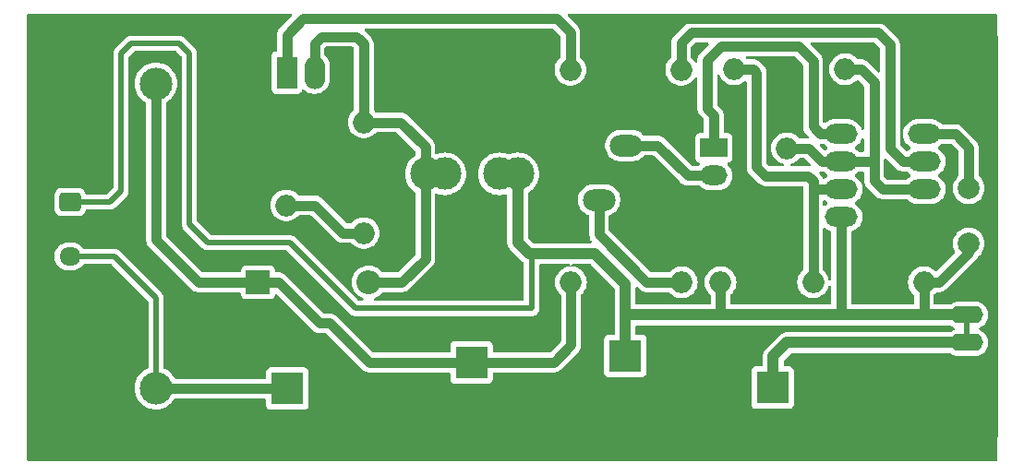
<source format=gbl>
%TF.GenerationSoftware,KiCad,Pcbnew,8.0.5*%
%TF.CreationDate,2025-03-03T20:32:12+01:00*%
%TF.ProjectId,Tester backlight LED,54657374-6572-4206-9261-636b6c696768,rev?*%
%TF.SameCoordinates,Original*%
%TF.FileFunction,Copper,L2,Bot*%
%TF.FilePolarity,Positive*%
%FSLAX46Y46*%
G04 Gerber Fmt 4.6, Leading zero omitted, Abs format (unit mm)*
G04 Created by KiCad (PCBNEW 8.0.5) date 2025-03-03 20:32:12*
%MOMM*%
%LPD*%
G01*
G04 APERTURE LIST*
G04 Aperture macros list*
%AMRoundRect*
0 Rectangle with rounded corners*
0 $1 Rounding radius*
0 $2 $3 $4 $5 $6 $7 $8 $9 X,Y pos of 4 corners*
0 Add a 4 corners polygon primitive as box body*
4,1,4,$2,$3,$4,$5,$6,$7,$8,$9,$2,$3,0*
0 Add four circle primitives for the rounded corners*
1,1,$1+$1,$2,$3*
1,1,$1+$1,$4,$5*
1,1,$1+$1,$6,$7*
1,1,$1+$1,$8,$9*
0 Add four rect primitives between the rounded corners*
20,1,$1+$1,$2,$3,$4,$5,0*
20,1,$1+$1,$4,$5,$6,$7,0*
20,1,$1+$1,$6,$7,$8,$9,0*
20,1,$1+$1,$8,$9,$2,$3,0*%
G04 Aperture macros list end*
%TA.AperFunction,ComponentPad*%
%ADD10O,3.000000X1.600000*%
%TD*%
%TA.AperFunction,ComponentPad*%
%ADD11R,3.000000X3.000000*%
%TD*%
%TA.AperFunction,ComponentPad*%
%ADD12C,3.000000*%
%TD*%
%TA.AperFunction,ComponentPad*%
%ADD13C,4.000000*%
%TD*%
%TA.AperFunction,ComponentPad*%
%ADD14O,2.000000X2.000000*%
%TD*%
%TA.AperFunction,ComponentPad*%
%ADD15R,3.000000X2.000000*%
%TD*%
%TA.AperFunction,ComponentPad*%
%ADD16O,3.000000X2.000000*%
%TD*%
%TA.AperFunction,ComponentPad*%
%ADD17R,1.905000X3.000000*%
%TD*%
%TA.AperFunction,ComponentPad*%
%ADD18O,1.905000X3.000000*%
%TD*%
%TA.AperFunction,ComponentPad*%
%ADD19R,3.000000X1.800000*%
%TD*%
%TA.AperFunction,ComponentPad*%
%ADD20O,3.000000X1.800000*%
%TD*%
%TA.AperFunction,ComponentPad*%
%ADD21R,2.500000X1.800000*%
%TD*%
%TA.AperFunction,ComponentPad*%
%ADD22O,2.500000X1.800000*%
%TD*%
%TA.AperFunction,ComponentPad*%
%ADD23O,3.000000X3.000000*%
%TD*%
%TA.AperFunction,ComponentPad*%
%ADD24RoundRect,0.250000X-0.725000X0.600000X-0.725000X-0.600000X0.725000X-0.600000X0.725000X0.600000X0*%
%TD*%
%TA.AperFunction,ComponentPad*%
%ADD25O,1.950000X1.700000*%
%TD*%
%TA.AperFunction,ComponentPad*%
%ADD26R,2.200000X2.200000*%
%TD*%
%TA.AperFunction,ComponentPad*%
%ADD27O,2.200000X2.200000*%
%TD*%
%TA.AperFunction,ViaPad*%
%ADD28C,2.000000*%
%TD*%
%TA.AperFunction,Conductor*%
%ADD29C,0.500000*%
%TD*%
%TA.AperFunction,Conductor*%
%ADD30C,0.900000*%
%TD*%
%TA.AperFunction,Conductor*%
%ADD31C,1.000000*%
%TD*%
G04 APERTURE END LIST*
D10*
%TO.P,J7,1,Pin_1*%
%TO.N,+12V*%
X209245200Y-95097600D03*
%TO.P,J7,2,Pin_2*%
X209245200Y-97637600D03*
%TD*%
D11*
%TO.P,J1,1,Pin_1*%
%TO.N,+12V*%
X191414400Y-101752400D03*
D12*
%TO.P,J1,2,Pin_2*%
%TO.N,GND*%
X196494400Y-101752400D03*
%TD*%
D13*
%TO.P,J6,1,Pin_1*%
%TO.N,GND*%
X127558800Y-104000000D03*
%TD*%
D14*
%TO.P,R1,1*%
%TO.N,+12V*%
X205282800Y-92098800D03*
%TO.P,R1,2*%
%TO.N,Net-(U2-DIS)*%
X195122800Y-92098800D03*
%TD*%
D11*
%TO.P,C4,1*%
%TO.N,Net-(D1-K)*%
X163808600Y-99456800D03*
D12*
%TO.P,C4,2*%
%TO.N,GND*%
X163808600Y-103256800D03*
%TD*%
D14*
%TO.P,R3,1*%
%TO.N,Net-(U2-Q)*%
X183032400Y-72593200D03*
%TO.P,R3,2*%
%TO.N,Net-(Q2-G)*%
X172872400Y-72593200D03*
%TD*%
D11*
%TO.P,C5,1*%
%TO.N,+12V*%
X177901600Y-98856800D03*
D12*
%TO.P,C5,2*%
%TO.N,GND*%
X177901600Y-103856800D03*
%TD*%
D11*
%TO.P,J2,1,Pin_1*%
%TO.N,Net-(J2-Pin_1)*%
X146913600Y-101854000D03*
D12*
%TO.P,J2,2,Pin_2*%
%TO.N,GND*%
X151993600Y-101854000D03*
%TD*%
D14*
%TO.P,C2,1*%
%TO.N,Net-(U2-THR)*%
X192735200Y-79796800D03*
%TO.P,C2,2*%
%TO.N,GND*%
X192735200Y-84796800D03*
%TD*%
D15*
%TO.P,RV1,1,1*%
%TO.N,GND*%
X180503200Y-84536800D03*
D16*
%TO.P,RV1,2,2*%
%TO.N,Net-(Q1-B)*%
X178003200Y-79536800D03*
%TO.P,RV1,3,3*%
%TO.N,Net-(R5-Pad1)*%
X175503200Y-84536800D03*
%TD*%
D14*
%TO.P,R5,1*%
%TO.N,Net-(R5-Pad1)*%
X183083200Y-92098800D03*
%TO.P,R5,2*%
%TO.N,Net-(D1-K)*%
X172923200Y-92098800D03*
%TD*%
D17*
%TO.P,Q2,1,G*%
%TO.N,Net-(Q2-G)*%
X146862800Y-72850600D03*
D18*
%TO.P,Q2,2,D*%
%TO.N,Net-(D1-A)*%
X149402800Y-72850600D03*
%TO.P,Q2,3,S*%
%TO.N,GND*%
X151942800Y-72850600D03*
%TD*%
D19*
%TO.P,U2,1,GND*%
%TO.N,GND*%
X205323600Y-86096800D03*
D20*
%TO.P,U2,2,TR*%
%TO.N,Net-(U2-THR)*%
X205323600Y-83556800D03*
%TO.P,U2,3,Q*%
%TO.N,Net-(U2-Q)*%
X205323600Y-81016800D03*
%TO.P,U2,4,R*%
%TO.N,+12V*%
X205323600Y-78476800D03*
%TO.P,U2,5,CV*%
%TO.N,Net-(Q1-C)*%
X197703600Y-78476800D03*
%TO.P,U2,6,THR*%
%TO.N,Net-(U2-THR)*%
X197703600Y-81016800D03*
%TO.P,U2,7,DIS*%
%TO.N,Net-(U2-DIS)*%
X197703600Y-83556800D03*
%TO.P,U2,8,VCC*%
%TO.N,+12V*%
X197703600Y-86096800D03*
%TD*%
D14*
%TO.P,R2,1*%
%TO.N,Net-(U2-THR)*%
X198069200Y-72542400D03*
%TO.P,R2,2*%
%TO.N,Net-(U2-DIS)*%
X187909200Y-72542400D03*
%TD*%
D13*
%TO.P,J4,1,Pin_1*%
%TO.N,GND*%
X207000000Y-104000000D03*
%TD*%
D14*
%TO.P,R4,1*%
%TO.N,Net-(D1-A)*%
X153924000Y-77419200D03*
%TO.P,R4,2*%
%TO.N,Net-(C3-Pad2)*%
X153924000Y-87579200D03*
%TD*%
D13*
%TO.P,J5,1,Pin_1*%
%TO.N,GND*%
X127558800Y-71950000D03*
%TD*%
D21*
%TO.P,Q1,1,C*%
%TO.N,Net-(Q1-C)*%
X186025200Y-79756800D03*
D22*
%TO.P,Q1,2,B*%
%TO.N,Net-(Q1-B)*%
X186025200Y-82296800D03*
%TO.P,Q1,3,E*%
%TO.N,GND*%
X186025200Y-84836800D03*
%TD*%
D23*
%TO.P,R6,1*%
%TO.N,Net-(D1-K)*%
X134874000Y-73863200D03*
%TO.P,R6,2*%
%TO.N,Net-(J2-Pin_1)*%
X134874000Y-101803200D03*
%TD*%
D14*
%TO.P,C3,1*%
%TO.N,GND*%
X146812000Y-80035600D03*
%TO.P,C3,2*%
%TO.N,Net-(C3-Pad2)*%
X146812000Y-85035600D03*
%TD*%
D24*
%TO.P,J8,1,Pin_1*%
%TO.N,+12V*%
X127000000Y-84734400D03*
D25*
%TO.P,J8,2,Pin_2*%
%TO.N,GND*%
X127000000Y-87234400D03*
%TO.P,J8,3,Pin_3*%
%TO.N,Net-(J2-Pin_1)*%
X127000000Y-89734400D03*
%TD*%
D14*
%TO.P,C1,1*%
%TO.N,+12V*%
X186639200Y-92098800D03*
%TO.P,C1,2*%
%TO.N,GND*%
X191639200Y-92098800D03*
%TD*%
D12*
%TO.P,L1,1*%
%TO.N,Net-(D1-A)*%
X159664400Y-82143200D03*
X161366200Y-82143200D03*
%TO.P,L1,2*%
%TO.N,+12V*%
X166370000Y-82143200D03*
X168044400Y-82143200D03*
%TD*%
D26*
%TO.P,D1,1,K*%
%TO.N,Net-(D1-K)*%
X144221200Y-92100400D03*
D27*
%TO.P,D1,2,A*%
%TO.N,Net-(D1-A)*%
X154381200Y-92100400D03*
%TD*%
D13*
%TO.P,J3,1,Pin_1*%
%TO.N,GND*%
X207000000Y-71950000D03*
%TD*%
D28*
%TO.N,+12V*%
X209397600Y-83464400D03*
X209397600Y-88544400D03*
%TD*%
D29*
%TO.N,+12V*%
X169062400Y-89458800D02*
X169316400Y-89712800D01*
D30*
X186639200Y-95046800D02*
X186588400Y-95097600D01*
D29*
X153162000Y-94488000D02*
X147116800Y-88442800D01*
D30*
X197703600Y-86096800D02*
X197703600Y-94986000D01*
D31*
X177901600Y-92252800D02*
X175107600Y-89458800D01*
D29*
X147116800Y-88442800D02*
X139598400Y-88442800D01*
D30*
X209397600Y-89408000D02*
X206706800Y-92098800D01*
D29*
X137007600Y-70154800D02*
X132588000Y-70154800D01*
X209245200Y-97637600D02*
X209245200Y-95097600D01*
D31*
X191668400Y-95097600D02*
X197815200Y-95097600D01*
D29*
X131673600Y-71069200D02*
X131673600Y-83718400D01*
D31*
X209245200Y-95097600D02*
X197815200Y-95097600D01*
X177901600Y-95097600D02*
X177901600Y-92252800D01*
X177901600Y-98856800D02*
X177901600Y-95097600D01*
D29*
X130679200Y-84712800D02*
X126492000Y-84712800D01*
D30*
X186639200Y-92098800D02*
X186639200Y-95046800D01*
X208169200Y-78476800D02*
X205323600Y-78476800D01*
D29*
X169316400Y-89712800D02*
X169316400Y-94488000D01*
X137922000Y-86766400D02*
X137922000Y-71069200D01*
X131673600Y-83718400D02*
X130679200Y-84712800D01*
D30*
X209397600Y-79705200D02*
X208169200Y-78476800D01*
X197703600Y-94986000D02*
X197815200Y-95097600D01*
D31*
X209245200Y-97637600D02*
X192735200Y-97637600D01*
D30*
X209397600Y-83464400D02*
X209397600Y-79705200D01*
D29*
X169316400Y-94488000D02*
X153162000Y-94488000D01*
D30*
X205282800Y-95097600D02*
X205282800Y-92098800D01*
D31*
X191465200Y-98907600D02*
X191465200Y-101854000D01*
D30*
X206706800Y-92098800D02*
X205282800Y-92098800D01*
D31*
X192735200Y-97637600D02*
X191465200Y-98907600D01*
D29*
X139598400Y-88442800D02*
X137922000Y-86766400D01*
D31*
X186588400Y-95097600D02*
X191668400Y-95097600D01*
X175107600Y-89458800D02*
X169062400Y-89458800D01*
X177901600Y-95097600D02*
X186588400Y-95097600D01*
D29*
X137922000Y-71069200D02*
X137007600Y-70154800D01*
X132588000Y-70154800D02*
X131673600Y-71069200D01*
D31*
X168044400Y-88440800D02*
X169062400Y-89458800D01*
X168044400Y-82143200D02*
X168044400Y-88440800D01*
D30*
X209397600Y-88544400D02*
X209397600Y-89408000D01*
%TO.N,GND*%
X127558800Y-67919600D02*
X125628400Y-67919600D01*
X129489200Y-67919600D02*
X127558800Y-67919600D01*
X174926600Y-81556200D02*
X174926600Y-69421400D01*
X123508800Y-87172800D02*
X123508800Y-105714800D01*
X177901600Y-106680000D02*
X177901600Y-108050000D01*
X127558800Y-108050000D02*
X131608800Y-108050000D01*
X196545200Y-101854000D02*
X196545200Y-108050000D01*
X163808600Y-107969800D02*
X163728400Y-108050000D01*
X186025200Y-87737600D02*
X186080400Y-87792800D01*
X123508800Y-105714800D02*
X125844000Y-108050000D01*
X140157200Y-69596000D02*
X138480800Y-67919600D01*
X125628400Y-67919600D02*
X123508800Y-70039200D01*
X163728400Y-108050000D02*
X177901600Y-108050000D01*
X140157200Y-78232000D02*
X140157200Y-69596000D01*
X174926600Y-69421400D02*
X176448000Y-67900000D01*
X192735200Y-87731600D02*
X192735200Y-91002800D01*
X151942800Y-72850600D02*
X151942800Y-78486000D01*
X129489200Y-67919600D02*
X128778000Y-67919600D01*
X138480800Y-67919600D02*
X129489200Y-67919600D01*
X180503200Y-82865600D02*
X179730400Y-82092800D01*
X180503200Y-87386800D02*
X180503200Y-84536800D01*
X151892000Y-101904800D02*
X151942800Y-101854000D01*
X127558800Y-71950000D02*
X127558800Y-67919600D01*
X163808600Y-106752200D02*
X163808600Y-107969800D01*
X175463200Y-82092800D02*
X174926600Y-81556200D01*
X126492000Y-87212800D02*
X123548800Y-87212800D01*
X192735200Y-84796800D02*
X192735200Y-87731600D01*
X151942800Y-78486000D02*
X150368000Y-80060800D01*
X177901600Y-103856800D02*
X177901600Y-106680000D01*
X196545200Y-108050000D02*
X206908400Y-108050000D01*
X180909200Y-87792800D02*
X180503200Y-87386800D01*
X176448000Y-67900000D02*
X207000000Y-67900000D01*
X127558800Y-69138800D02*
X127558800Y-71950000D01*
X179730400Y-82092800D02*
X175463200Y-82092800D01*
X211550000Y-106153200D02*
X211550000Y-86106000D01*
X177301600Y-103256800D02*
X177901600Y-103856800D01*
X209886000Y-67900000D02*
X207000000Y-67900000D01*
X151942800Y-108050000D02*
X163728400Y-108050000D01*
X151942800Y-101854000D02*
X151942800Y-106730800D01*
X211550000Y-86106000D02*
X211550000Y-69564000D01*
X205323600Y-86096800D02*
X211540800Y-86096800D01*
X207000000Y-67900000D02*
X207000000Y-71950000D01*
X141960800Y-80035600D02*
X140157200Y-78232000D01*
X127558800Y-104000000D02*
X127558800Y-108050000D01*
X163808600Y-103256800D02*
X163808600Y-106752200D01*
X186025200Y-84836800D02*
X186025200Y-87737600D01*
X180503200Y-84536800D02*
X180503200Y-82865600D01*
X151942800Y-106730800D02*
X151942800Y-108050000D01*
X131608800Y-108050000D02*
X151942800Y-108050000D01*
X177901600Y-108050000D02*
X196545200Y-108050000D01*
X146812000Y-80035600D02*
X141960800Y-80035600D01*
X146837200Y-80060800D02*
X146812000Y-80035600D01*
X192674000Y-87792800D02*
X192735200Y-87731600D01*
X186080400Y-87792800D02*
X192674000Y-87792800D01*
X209653200Y-108050000D02*
X211550000Y-106153200D01*
X125844000Y-108050000D02*
X127558800Y-108050000D01*
X186080400Y-87792800D02*
X180909200Y-87792800D01*
X207000000Y-107958400D02*
X206908400Y-108050000D01*
X150368000Y-80060800D02*
X146837200Y-80060800D01*
X207000000Y-104000000D02*
X207000000Y-107958400D01*
X123508800Y-70039200D02*
X123508800Y-87172800D01*
X123548800Y-87212800D02*
X123508800Y-87172800D01*
X211540800Y-86096800D02*
X211550000Y-86106000D01*
X206908400Y-108050000D02*
X209653200Y-108050000D01*
X192735200Y-91002800D02*
X191639200Y-92098800D01*
X211550000Y-69564000D02*
X209886000Y-67900000D01*
%TO.N,Net-(U2-THR)*%
X194706400Y-79796800D02*
X192735200Y-79796800D01*
X200710800Y-82753200D02*
X201514400Y-83556800D01*
X200193600Y-81016800D02*
X197703600Y-81016800D01*
X198069200Y-72542400D02*
X199542400Y-72542400D01*
X200710800Y-73710800D02*
X200710800Y-82753200D01*
X201514400Y-83556800D02*
X202936800Y-83556800D01*
X195926400Y-81016800D02*
X194706400Y-79796800D01*
X202936800Y-83556800D02*
X202733600Y-83556800D01*
X197703600Y-81016800D02*
X195926400Y-81016800D01*
X202936800Y-83556800D02*
X205323600Y-83556800D01*
X199542400Y-72542400D02*
X200710800Y-73710800D01*
%TO.N,Net-(C3-Pad2)*%
X153924000Y-87579200D02*
X152024000Y-87579200D01*
X146812000Y-85035600D02*
X149480400Y-85035600D01*
X149480400Y-85035600D02*
X152024000Y-87579200D01*
%TO.N,Net-(D1-K)*%
X134874000Y-88188800D02*
X134874000Y-73863200D01*
X149860000Y-95859600D02*
X150825200Y-95859600D01*
X144221200Y-92100400D02*
X146100800Y-92100400D01*
X154422400Y-99456800D02*
X163808600Y-99456800D01*
X150825200Y-95859600D02*
X154422400Y-99456800D01*
X171358000Y-99456800D02*
X172923200Y-97891600D01*
X172923200Y-97891600D02*
X172923200Y-92098800D01*
X138785600Y-92100400D02*
X134874000Y-88188800D01*
X163808600Y-99456800D02*
X171358000Y-99456800D01*
X146100800Y-92100400D02*
X149860000Y-95859600D01*
X144221200Y-92100400D02*
X138785600Y-92100400D01*
%TO.N,Net-(D1-A)*%
X157429200Y-92100400D02*
X154381200Y-92100400D01*
X159562800Y-89966800D02*
X157429200Y-92100400D01*
X150063200Y-69545200D02*
X153263600Y-69545200D01*
X153263600Y-69545200D02*
X153924000Y-70205600D01*
X159562800Y-79654400D02*
X159562800Y-89966800D01*
X149402800Y-72850600D02*
X149402800Y-70205600D01*
X157327600Y-77419200D02*
X159562800Y-79654400D01*
X153924000Y-70205600D02*
X153924000Y-77419200D01*
X149402800Y-70205600D02*
X150063200Y-69545200D01*
X153924000Y-77419200D02*
X157327600Y-77419200D01*
%TO.N,Net-(Q1-B)*%
X178003200Y-79536800D02*
X180865200Y-79536800D01*
X186025200Y-82296800D02*
X183625200Y-82296800D01*
X180865200Y-79536800D02*
X183625200Y-82296800D01*
%TO.N,Net-(Q1-C)*%
X185420000Y-71678800D02*
X186658400Y-70440400D01*
X195122800Y-77825600D02*
X195774000Y-78476800D01*
X186025200Y-79756800D02*
X186025200Y-76754400D01*
X185420000Y-76149200D02*
X185420000Y-71678800D01*
X195774000Y-78476800D02*
X197703600Y-78476800D01*
X186025200Y-76754400D02*
X185420000Y-76149200D01*
X193782800Y-70440400D02*
X195122800Y-71780400D01*
X186658400Y-70440400D02*
X193782800Y-70440400D01*
X195122800Y-71780400D02*
X195122800Y-77825600D01*
%TO.N,Net-(Q2-G)*%
X171653200Y-67919600D02*
X148336000Y-67919600D01*
X172872400Y-69138800D02*
X171653200Y-67919600D01*
X172872400Y-72593200D02*
X172872400Y-69138800D01*
X148336000Y-67919600D02*
X146862800Y-69392800D01*
X146862800Y-69392800D02*
X146862800Y-72850600D01*
%TO.N,Net-(U2-DIS)*%
X195122800Y-82804000D02*
X195122800Y-83616800D01*
X195122800Y-92098800D02*
X195122800Y-83616800D01*
X187909200Y-72542400D02*
X189636400Y-72542400D01*
X189941200Y-81534000D02*
X190754000Y-82346800D01*
X195182800Y-83556800D02*
X195122800Y-83616800D01*
X197703600Y-83556800D02*
X195182800Y-83556800D01*
X189636400Y-72542400D02*
X189941200Y-72847200D01*
X189941200Y-72847200D02*
X189941200Y-81534000D01*
X190754000Y-82346800D02*
X194665600Y-82346800D01*
X194665600Y-82346800D02*
X195122800Y-82804000D01*
%TO.N,Net-(U2-Q)*%
X202184000Y-79857600D02*
X203343200Y-81016800D01*
X183032400Y-72593200D02*
X183032400Y-70104000D01*
X203343200Y-81016800D02*
X205323600Y-81016800D01*
X183946800Y-69189600D02*
X201117200Y-69189600D01*
X201117200Y-69189600D02*
X202184000Y-70256400D01*
X183032400Y-70104000D02*
X183946800Y-69189600D01*
X202184000Y-70256400D02*
X202184000Y-79857600D01*
%TO.N,Net-(R5-Pad1)*%
X175503200Y-87720800D02*
X179881200Y-92098800D01*
X175503200Y-84536800D02*
X175503200Y-87720800D01*
X179881200Y-92098800D02*
X183083200Y-92098800D01*
D29*
%TO.N,Net-(J2-Pin_1)*%
X134874000Y-93522800D02*
X131064000Y-89712800D01*
D30*
X134874000Y-101803200D02*
X134924800Y-101854000D01*
D29*
X134874000Y-101803200D02*
X134874000Y-93522800D01*
D30*
X134924800Y-101854000D02*
X146862800Y-101854000D01*
D29*
X131064000Y-89712800D02*
X126492000Y-89712800D01*
%TD*%
%TA.AperFunction,NonConductor*%
G36*
X185502877Y-70109785D02*
G01*
X185548632Y-70162589D01*
X185558576Y-70231747D01*
X185529551Y-70295303D01*
X185523519Y-70301781D01*
X184720538Y-71104760D01*
X184720537Y-71104761D01*
X184697084Y-71139863D01*
X184697083Y-71139864D01*
X184621990Y-71252247D01*
X184621983Y-71252260D01*
X184599603Y-71306293D01*
X184599603Y-71306294D01*
X184577115Y-71360585D01*
X184554105Y-71416134D01*
X184533896Y-71517734D01*
X184533896Y-71517735D01*
X184519500Y-71590107D01*
X184519500Y-71800878D01*
X184499815Y-71867917D01*
X184447011Y-71913672D01*
X184377853Y-71923616D01*
X184314297Y-71894591D01*
X184291692Y-71868700D01*
X184180971Y-71699231D01*
X184180969Y-71699229D01*
X184018164Y-71522375D01*
X183980737Y-71493244D01*
X183939924Y-71436533D01*
X183932900Y-71395391D01*
X183932900Y-70528362D01*
X183952585Y-70461323D01*
X183969219Y-70440681D01*
X184283481Y-70126419D01*
X184344804Y-70092934D01*
X184371162Y-70090100D01*
X185435838Y-70090100D01*
X185502877Y-70109785D01*
G37*
%TD.AperFunction*%
%TA.AperFunction,NonConductor*%
G36*
X200759877Y-70109785D02*
G01*
X200780519Y-70126419D01*
X201247181Y-70593081D01*
X201280666Y-70654404D01*
X201283500Y-70680762D01*
X201283500Y-72710637D01*
X201263815Y-72777676D01*
X201211011Y-72823431D01*
X201141853Y-72833375D01*
X201078297Y-72804350D01*
X201071819Y-72798318D01*
X200116438Y-71842937D01*
X200096006Y-71829285D01*
X200035261Y-71788697D01*
X200035259Y-71788696D01*
X200035259Y-71788695D01*
X199968944Y-71744385D01*
X199968942Y-71744384D01*
X199859931Y-71699231D01*
X199805066Y-71676505D01*
X199805058Y-71676503D01*
X199631096Y-71641900D01*
X199631092Y-71641900D01*
X199631091Y-71641900D01*
X199266151Y-71641900D01*
X199199112Y-71622215D01*
X199174921Y-71601883D01*
X199054961Y-71471572D01*
X199054957Y-71471569D01*
X198865275Y-71323933D01*
X198865269Y-71323929D01*
X198653857Y-71209518D01*
X198653852Y-71209516D01*
X198426500Y-71131466D01*
X198248668Y-71101791D01*
X198189392Y-71091900D01*
X197949008Y-71091900D01*
X197901587Y-71099813D01*
X197711899Y-71131466D01*
X197484547Y-71209516D01*
X197484542Y-71209518D01*
X197273130Y-71323929D01*
X197273124Y-71323933D01*
X197083442Y-71471569D01*
X197083439Y-71471572D01*
X196920630Y-71648429D01*
X196920627Y-71648433D01*
X196789151Y-71849670D01*
X196692589Y-72069810D01*
X196633579Y-72302840D01*
X196613729Y-72542394D01*
X196613729Y-72542405D01*
X196633579Y-72781959D01*
X196692589Y-73014989D01*
X196789151Y-73235129D01*
X196920627Y-73436366D01*
X196920629Y-73436369D01*
X197083436Y-73613225D01*
X197083439Y-73613227D01*
X197083442Y-73613230D01*
X197273124Y-73760866D01*
X197273130Y-73760870D01*
X197273133Y-73760872D01*
X197484544Y-73875282D01*
X197484547Y-73875283D01*
X197711899Y-73953333D01*
X197711901Y-73953333D01*
X197711903Y-73953334D01*
X197949008Y-73992900D01*
X197949009Y-73992900D01*
X198189391Y-73992900D01*
X198189392Y-73992900D01*
X198426497Y-73953334D01*
X198653856Y-73875282D01*
X198865267Y-73760872D01*
X199054964Y-73613225D01*
X199103928Y-73560035D01*
X199163814Y-73524046D01*
X199233652Y-73526146D01*
X199282838Y-73556338D01*
X199773981Y-74047481D01*
X199807466Y-74108804D01*
X199810300Y-74135162D01*
X199810300Y-77960733D01*
X199790615Y-78027772D01*
X199737811Y-78073527D01*
X199668653Y-78083471D01*
X199605097Y-78054446D01*
X199568369Y-77999051D01*
X199555157Y-77958388D01*
X199458651Y-77768984D01*
X199458649Y-77768981D01*
X199458648Y-77768979D01*
X199333709Y-77597013D01*
X199183386Y-77446690D01*
X199011420Y-77321751D01*
X198822014Y-77225244D01*
X198822013Y-77225243D01*
X198822012Y-77225243D01*
X198619843Y-77159554D01*
X198619841Y-77159553D01*
X198619840Y-77159553D01*
X198458557Y-77134008D01*
X198409887Y-77126300D01*
X196997313Y-77126300D01*
X196948642Y-77134008D01*
X196787360Y-77159553D01*
X196585185Y-77225244D01*
X196395779Y-77321751D01*
X196220185Y-77449327D01*
X196154378Y-77472807D01*
X196086325Y-77456981D01*
X196037630Y-77406875D01*
X196023300Y-77349009D01*
X196023300Y-71691709D01*
X196023299Y-71691705D01*
X196020276Y-71676502D01*
X196020276Y-71676501D01*
X195989618Y-71522375D01*
X195988695Y-71517734D01*
X195946610Y-71416134D01*
X195920813Y-71353853D01*
X195889034Y-71306293D01*
X195861736Y-71265439D01*
X195861736Y-71265438D01*
X195861733Y-71265436D01*
X195822266Y-71206366D01*
X194917681Y-70301781D01*
X194884196Y-70240458D01*
X194889180Y-70170766D01*
X194931052Y-70114833D01*
X194996516Y-70090416D01*
X195005362Y-70090100D01*
X200692838Y-70090100D01*
X200759877Y-70109785D01*
G37*
%TD.AperFunction*%
%TA.AperFunction,NonConductor*%
G36*
X196109881Y-79396985D02*
G01*
X196130523Y-79413619D01*
X196223813Y-79506909D01*
X196395782Y-79631850D01*
X196404546Y-79636316D01*
X196455342Y-79684291D01*
X196472136Y-79752112D01*
X196449598Y-79818247D01*
X196404546Y-79857284D01*
X196395782Y-79861749D01*
X196278203Y-79947175D01*
X196212396Y-79970655D01*
X196144343Y-79954829D01*
X196117637Y-79934538D01*
X195772081Y-79588981D01*
X195738596Y-79527658D01*
X195743580Y-79457966D01*
X195785452Y-79402033D01*
X195850916Y-79377616D01*
X195859762Y-79377300D01*
X196042842Y-79377300D01*
X196109881Y-79396985D01*
G37*
%TD.AperFunction*%
%TA.AperFunction,NonConductor*%
G36*
X199741011Y-78881588D02*
G01*
X199792487Y-78928832D01*
X199810300Y-78992866D01*
X199810300Y-79992300D01*
X199790615Y-80059339D01*
X199737811Y-80105094D01*
X199686300Y-80116300D01*
X199364358Y-80116300D01*
X199297319Y-80096615D01*
X199276677Y-80079981D01*
X199183386Y-79986690D01*
X199011420Y-79861751D01*
X199010715Y-79861391D01*
X199002654Y-79857285D01*
X198951859Y-79809312D01*
X198935063Y-79741492D01*
X198957599Y-79675356D01*
X199002654Y-79636315D01*
X199011416Y-79631851D01*
X199114110Y-79557240D01*
X199183386Y-79506909D01*
X199183388Y-79506906D01*
X199183392Y-79506904D01*
X199333704Y-79356592D01*
X199333706Y-79356588D01*
X199333709Y-79356586D01*
X199458648Y-79184620D01*
X199458647Y-79184620D01*
X199458651Y-79184616D01*
X199555157Y-78995212D01*
X199568370Y-78954546D01*
X199607806Y-78896873D01*
X199672165Y-78869674D01*
X199741011Y-78881588D01*
G37*
%TD.AperFunction*%
%TA.AperFunction,NonConductor*%
G36*
X193425477Y-71360585D02*
G01*
X193446119Y-71377219D01*
X194185981Y-72117081D01*
X194219466Y-72178404D01*
X194222300Y-72204762D01*
X194222300Y-77914296D01*
X194256903Y-78088258D01*
X194256905Y-78088266D01*
X194290846Y-78170206D01*
X194290846Y-78170207D01*
X194324784Y-78252142D01*
X194324785Y-78252144D01*
X194383863Y-78340560D01*
X194383864Y-78340561D01*
X194423334Y-78399634D01*
X194708319Y-78684619D01*
X194741804Y-78745942D01*
X194736820Y-78815634D01*
X194694948Y-78871567D01*
X194629484Y-78895984D01*
X194620638Y-78896300D01*
X193932151Y-78896300D01*
X193865112Y-78876615D01*
X193840921Y-78856283D01*
X193720961Y-78725972D01*
X193720957Y-78725969D01*
X193531275Y-78578333D01*
X193531269Y-78578329D01*
X193319857Y-78463918D01*
X193319852Y-78463916D01*
X193092500Y-78385866D01*
X192914668Y-78356191D01*
X192855392Y-78346300D01*
X192615008Y-78346300D01*
X192567587Y-78354213D01*
X192377899Y-78385866D01*
X192150547Y-78463916D01*
X192150542Y-78463918D01*
X191939130Y-78578329D01*
X191939124Y-78578333D01*
X191749442Y-78725969D01*
X191749439Y-78725972D01*
X191586630Y-78902829D01*
X191586627Y-78902833D01*
X191455151Y-79104070D01*
X191358589Y-79324210D01*
X191299579Y-79557240D01*
X191279729Y-79796794D01*
X191279729Y-79796805D01*
X191299579Y-80036359D01*
X191358589Y-80269389D01*
X191455151Y-80489529D01*
X191586627Y-80690766D01*
X191586629Y-80690769D01*
X191749436Y-80867625D01*
X191749439Y-80867627D01*
X191749442Y-80867630D01*
X191939124Y-81015266D01*
X191939130Y-81015270D01*
X191939133Y-81015272D01*
X192021031Y-81059593D01*
X192138357Y-81123087D01*
X192150544Y-81129682D01*
X192150547Y-81129683D01*
X192369993Y-81205019D01*
X192427008Y-81245404D01*
X192453139Y-81310204D01*
X192440088Y-81378844D01*
X192391999Y-81429532D01*
X192329730Y-81446300D01*
X191178361Y-81446300D01*
X191111322Y-81426615D01*
X191090680Y-81409981D01*
X190878019Y-81197319D01*
X190844534Y-81135996D01*
X190841700Y-81109638D01*
X190841700Y-72758506D01*
X190841699Y-72758504D01*
X190807096Y-72584541D01*
X190807093Y-72584532D01*
X190739216Y-72420659D01*
X190739209Y-72420646D01*
X190640665Y-72273166D01*
X190625235Y-72257736D01*
X190515235Y-72147736D01*
X190210436Y-71842936D01*
X190129261Y-71788697D01*
X190129259Y-71788696D01*
X190129259Y-71788695D01*
X190062944Y-71744385D01*
X190062942Y-71744384D01*
X189953931Y-71699231D01*
X189899066Y-71676505D01*
X189899058Y-71676503D01*
X189725096Y-71641900D01*
X189725092Y-71641900D01*
X189725091Y-71641900D01*
X189106151Y-71641900D01*
X189039112Y-71622215D01*
X189014921Y-71601883D01*
X188966131Y-71548883D01*
X188935209Y-71486228D01*
X188943069Y-71416802D01*
X188987216Y-71362647D01*
X189053634Y-71340956D01*
X189057361Y-71340900D01*
X193358438Y-71340900D01*
X193425477Y-71360585D01*
G37*
%TD.AperFunction*%
%TA.AperFunction,NonConductor*%
G36*
X194349077Y-80716985D02*
G01*
X194369719Y-80733619D01*
X194874824Y-81238724D01*
X194908309Y-81300047D01*
X194903325Y-81369739D01*
X194861453Y-81425672D01*
X194795989Y-81450089D01*
X194762955Y-81448023D01*
X194754292Y-81446300D01*
X194754291Y-81446300D01*
X194754290Y-81446300D01*
X193140670Y-81446300D01*
X193073631Y-81426615D01*
X193027876Y-81373811D01*
X193017932Y-81304653D01*
X193046957Y-81241097D01*
X193100407Y-81205019D01*
X193228629Y-81161000D01*
X193319856Y-81129682D01*
X193531267Y-81015272D01*
X193720964Y-80867625D01*
X193823664Y-80756062D01*
X193840921Y-80737317D01*
X193900809Y-80701326D01*
X193932151Y-80697300D01*
X194282038Y-80697300D01*
X194349077Y-80716985D01*
G37*
%TD.AperFunction*%
%TA.AperFunction,NonConductor*%
G36*
X195829045Y-81915576D02*
G01*
X195837709Y-81917300D01*
X196042842Y-81917300D01*
X196109881Y-81936985D01*
X196130523Y-81953619D01*
X196223813Y-82046909D01*
X196395782Y-82171850D01*
X196404546Y-82176316D01*
X196455342Y-82224291D01*
X196472136Y-82292112D01*
X196449598Y-82358247D01*
X196404546Y-82397284D01*
X196395782Y-82401749D01*
X196223813Y-82526690D01*
X196184492Y-82566011D01*
X196123169Y-82599496D01*
X196053477Y-82594510D01*
X195997544Y-82552638D01*
X195982255Y-82525788D01*
X195920813Y-82377453D01*
X195920809Y-82377446D01*
X195822265Y-82229966D01*
X195782812Y-82190513D01*
X195717172Y-82124873D01*
X195683689Y-82063553D01*
X195688673Y-81993861D01*
X195730544Y-81937927D01*
X195796008Y-81913510D01*
X195829045Y-81915576D01*
G37*
%TD.AperFunction*%
%TA.AperFunction,NonConductor*%
G36*
X201816503Y-80764048D02*
G01*
X201822981Y-80770080D01*
X202643736Y-81590835D01*
X202769165Y-81716264D01*
X202769166Y-81716265D01*
X202916646Y-81814809D01*
X202916659Y-81814816D01*
X203039563Y-81865723D01*
X203080534Y-81882694D01*
X203123135Y-81891168D01*
X203254505Y-81917300D01*
X203254508Y-81917300D01*
X203254509Y-81917300D01*
X203662842Y-81917300D01*
X203729881Y-81936985D01*
X203750523Y-81953619D01*
X203843813Y-82046909D01*
X204015782Y-82171850D01*
X204024546Y-82176316D01*
X204075342Y-82224291D01*
X204092136Y-82292112D01*
X204069598Y-82358247D01*
X204024546Y-82397284D01*
X204015782Y-82401749D01*
X203843813Y-82526690D01*
X203843809Y-82526694D01*
X203750523Y-82619981D01*
X203689200Y-82653466D01*
X203662842Y-82656300D01*
X201938762Y-82656300D01*
X201871723Y-82636615D01*
X201851081Y-82619981D01*
X201647619Y-82416519D01*
X201614134Y-82355196D01*
X201611300Y-82328838D01*
X201611300Y-80857761D01*
X201630985Y-80790722D01*
X201683789Y-80744967D01*
X201752947Y-80735023D01*
X201816503Y-80764048D01*
G37*
%TD.AperFunction*%
%TA.AperFunction,NonConductor*%
G36*
X196220185Y-84584272D02*
G01*
X196395782Y-84711850D01*
X196404546Y-84716316D01*
X196455342Y-84764291D01*
X196472136Y-84832112D01*
X196449598Y-84898247D01*
X196404546Y-84937284D01*
X196395782Y-84941749D01*
X196220185Y-85069327D01*
X196154378Y-85092807D01*
X196086325Y-85076981D01*
X196037630Y-85026875D01*
X196023300Y-84969009D01*
X196023300Y-84684590D01*
X196042985Y-84617551D01*
X196095789Y-84571796D01*
X196164947Y-84561852D01*
X196220185Y-84584272D01*
G37*
%TD.AperFunction*%
%TA.AperFunction,NonConductor*%
G36*
X196220185Y-87124272D02*
G01*
X196223808Y-87126904D01*
X196395784Y-87251851D01*
X196585188Y-87348357D01*
X196717418Y-87391321D01*
X196775094Y-87430759D01*
X196802292Y-87495117D01*
X196803100Y-87509252D01*
X196803100Y-91830669D01*
X196783415Y-91897708D01*
X196730611Y-91943463D01*
X196661453Y-91953407D01*
X196597897Y-91924382D01*
X196560123Y-91865604D01*
X196558894Y-91861109D01*
X196499410Y-91626210D01*
X196454912Y-91524765D01*
X196402849Y-91406072D01*
X196271371Y-91204831D01*
X196108564Y-91027975D01*
X196071137Y-90998844D01*
X196030324Y-90942133D01*
X196023300Y-90900991D01*
X196023300Y-87224590D01*
X196042985Y-87157551D01*
X196095789Y-87111796D01*
X196164947Y-87101852D01*
X196220185Y-87124272D01*
G37*
%TD.AperFunction*%
%TA.AperFunction,Conductor*%
%TO.N,GND*%
G36*
X147299278Y-67470185D02*
G01*
X147345033Y-67522989D01*
X147354977Y-67592147D01*
X147325952Y-67655703D01*
X147319920Y-67662181D01*
X146163338Y-68818760D01*
X146163337Y-68818761D01*
X146149790Y-68839037D01*
X146145918Y-68844833D01*
X146145315Y-68845735D01*
X146145314Y-68845736D01*
X146064790Y-68966246D01*
X146064785Y-68966256D01*
X146030846Y-69048193D01*
X145996906Y-69130129D01*
X145996903Y-69130141D01*
X145962300Y-69304103D01*
X145962300Y-70777219D01*
X145942615Y-70844258D01*
X145889811Y-70890013D01*
X145849877Y-70900677D01*
X145825600Y-70902953D01*
X145825598Y-70902953D01*
X145697419Y-70947806D01*
X145697417Y-70947807D01*
X145588150Y-71028450D01*
X145507507Y-71137717D01*
X145507506Y-71137719D01*
X145462653Y-71265898D01*
X145462653Y-71265900D01*
X145459800Y-71296330D01*
X145459800Y-74404869D01*
X145462653Y-74435299D01*
X145462653Y-74435301D01*
X145507506Y-74563480D01*
X145507507Y-74563482D01*
X145588150Y-74672750D01*
X145697418Y-74753393D01*
X145735027Y-74766553D01*
X145825599Y-74798246D01*
X145856030Y-74801100D01*
X145856034Y-74801100D01*
X147869570Y-74801100D01*
X147899999Y-74798246D01*
X147900001Y-74798246D01*
X147964090Y-74775819D01*
X148028182Y-74753393D01*
X148137450Y-74672750D01*
X148218093Y-74563482D01*
X148247773Y-74478662D01*
X148288495Y-74421886D01*
X148353447Y-74396139D01*
X148422009Y-74409595D01*
X148452495Y-74431936D01*
X148488807Y-74468248D01*
X148667468Y-74598053D01*
X148864235Y-74698311D01*
X148864237Y-74698312D01*
X149074259Y-74766552D01*
X149074260Y-74766552D01*
X149074263Y-74766553D01*
X149292382Y-74801100D01*
X149292383Y-74801100D01*
X149513217Y-74801100D01*
X149513218Y-74801100D01*
X149731337Y-74766553D01*
X149731340Y-74766552D01*
X149731341Y-74766552D01*
X149941362Y-74698312D01*
X149941362Y-74698311D01*
X149941365Y-74698311D01*
X150138132Y-74598053D01*
X150316793Y-74468248D01*
X150472948Y-74312093D01*
X150602753Y-74133432D01*
X150703011Y-73936665D01*
X150722955Y-73875283D01*
X150771252Y-73726641D01*
X150771252Y-73726640D01*
X150771253Y-73726637D01*
X150805800Y-73508518D01*
X150805800Y-72192682D01*
X150771253Y-71974563D01*
X150771252Y-71974559D01*
X150771252Y-71974558D01*
X150703012Y-71764537D01*
X150602752Y-71567767D01*
X150472948Y-71389107D01*
X150339619Y-71255778D01*
X150306134Y-71194455D01*
X150303300Y-71168097D01*
X150303300Y-70629961D01*
X150322985Y-70562922D01*
X150339619Y-70542280D01*
X150399880Y-70482019D01*
X150461203Y-70448534D01*
X150487561Y-70445700D01*
X152839237Y-70445700D01*
X152906276Y-70465385D01*
X152926918Y-70482018D01*
X152987181Y-70542280D01*
X153020666Y-70603603D01*
X153023500Y-70629962D01*
X153023500Y-76221391D01*
X153003815Y-76288430D01*
X152975663Y-76319244D01*
X152938240Y-76348372D01*
X152938239Y-76348372D01*
X152775430Y-76525229D01*
X152775427Y-76525233D01*
X152643951Y-76726470D01*
X152547389Y-76946610D01*
X152488379Y-77179640D01*
X152468529Y-77419194D01*
X152468529Y-77419205D01*
X152488379Y-77658759D01*
X152547389Y-77891789D01*
X152643951Y-78111929D01*
X152696637Y-78192570D01*
X152775429Y-78313169D01*
X152938236Y-78490025D01*
X152938239Y-78490027D01*
X152938242Y-78490030D01*
X153127924Y-78637666D01*
X153127930Y-78637670D01*
X153127933Y-78637672D01*
X153339344Y-78752082D01*
X153339347Y-78752083D01*
X153566699Y-78830133D01*
X153566701Y-78830133D01*
X153566703Y-78830134D01*
X153803808Y-78869700D01*
X153803809Y-78869700D01*
X154044191Y-78869700D01*
X154044192Y-78869700D01*
X154281297Y-78830134D01*
X154508656Y-78752082D01*
X154720067Y-78637672D01*
X154909764Y-78490025D01*
X155029721Y-78359717D01*
X155089609Y-78323726D01*
X155120951Y-78319700D01*
X156903238Y-78319700D01*
X156970277Y-78339385D01*
X156990919Y-78356019D01*
X158625981Y-79991081D01*
X158659466Y-80052404D01*
X158662300Y-80078762D01*
X158662300Y-80395016D01*
X158642615Y-80462055D01*
X158610068Y-80494603D01*
X158610732Y-80495490D01*
X158383839Y-80665338D01*
X158383821Y-80665354D01*
X158186554Y-80862621D01*
X158186538Y-80862639D01*
X158019345Y-81085984D01*
X158019340Y-81085992D01*
X157885633Y-81330857D01*
X157885631Y-81330861D01*
X157788127Y-81592283D01*
X157728822Y-81864900D01*
X157708918Y-82143198D01*
X157708918Y-82143201D01*
X157728822Y-82421499D01*
X157788127Y-82694116D01*
X157788129Y-82694123D01*
X157843244Y-82841892D01*
X157885631Y-82955538D01*
X157885633Y-82955542D01*
X158019340Y-83200407D01*
X158019345Y-83200415D01*
X158186538Y-83423760D01*
X158186554Y-83423778D01*
X158383821Y-83621045D01*
X158383839Y-83621061D01*
X158610732Y-83790910D01*
X158609775Y-83792187D01*
X158651096Y-83839876D01*
X158662300Y-83891384D01*
X158662300Y-89542438D01*
X158642615Y-89609477D01*
X158625981Y-89630119D01*
X157092519Y-91163581D01*
X157031196Y-91197066D01*
X157004838Y-91199900D01*
X155708306Y-91199900D01*
X155641267Y-91180215D01*
X155614018Y-91156434D01*
X155480959Y-91000641D01*
X155478855Y-90998844D01*
X155295376Y-90842138D01*
X155295373Y-90842137D01*
X155087289Y-90714622D01*
X154861818Y-90621230D01*
X154861821Y-90621230D01*
X154696802Y-90581612D01*
X154624502Y-90564254D01*
X154624500Y-90564253D01*
X154624497Y-90564253D01*
X154381200Y-90545106D01*
X154137902Y-90564253D01*
X153900580Y-90621230D01*
X153675110Y-90714622D01*
X153467026Y-90842137D01*
X153467023Y-90842138D01*
X153281441Y-91000641D01*
X153122938Y-91186223D01*
X153122937Y-91186226D01*
X152995422Y-91394310D01*
X152902030Y-91619780D01*
X152902028Y-91619787D01*
X152902028Y-91619788D01*
X152900486Y-91626210D01*
X152845053Y-91857102D01*
X152825906Y-92100400D01*
X152845053Y-92343697D01*
X152845053Y-92343700D01*
X152845054Y-92343702D01*
X152900710Y-92575523D01*
X152902030Y-92581019D01*
X152995422Y-92806489D01*
X153122937Y-93014573D01*
X153122938Y-93014576D01*
X153144069Y-93039317D01*
X153281441Y-93200159D01*
X153418556Y-93317266D01*
X153467023Y-93358661D01*
X153467026Y-93358662D01*
X153675111Y-93486177D01*
X153675114Y-93486179D01*
X153826631Y-93548939D01*
X153881035Y-93592780D01*
X153903100Y-93659074D01*
X153885821Y-93726773D01*
X153834684Y-93774384D01*
X153779179Y-93787500D01*
X153503519Y-93787500D01*
X153436480Y-93767815D01*
X153415838Y-93751181D01*
X147563346Y-87898688D01*
X147563345Y-87898687D01*
X147448607Y-87822022D01*
X147321132Y-87769221D01*
X147321122Y-87769218D01*
X147185796Y-87742300D01*
X147185794Y-87742300D01*
X147185793Y-87742300D01*
X139939919Y-87742300D01*
X139872880Y-87722615D01*
X139852238Y-87705981D01*
X138658819Y-86512562D01*
X138625334Y-86451239D01*
X138622500Y-86424881D01*
X138622500Y-85035594D01*
X145356529Y-85035594D01*
X145356529Y-85035605D01*
X145376379Y-85275159D01*
X145435389Y-85508189D01*
X145531951Y-85728329D01*
X145646707Y-85903974D01*
X145663429Y-85929569D01*
X145826236Y-86106425D01*
X145826239Y-86106427D01*
X145826242Y-86106430D01*
X146015924Y-86254066D01*
X146015930Y-86254070D01*
X146015933Y-86254072D01*
X146227344Y-86368482D01*
X146227347Y-86368483D01*
X146454699Y-86446533D01*
X146454701Y-86446533D01*
X146454703Y-86446534D01*
X146691808Y-86486100D01*
X146691809Y-86486100D01*
X146932191Y-86486100D01*
X146932192Y-86486100D01*
X147169297Y-86446534D01*
X147396656Y-86368482D01*
X147608067Y-86254072D01*
X147618030Y-86246318D01*
X147673574Y-86203086D01*
X147797764Y-86106425D01*
X147917721Y-85976117D01*
X147977609Y-85940126D01*
X148008951Y-85936100D01*
X149056038Y-85936100D01*
X149123077Y-85955785D01*
X149143719Y-85972419D01*
X151324536Y-88153235D01*
X151443229Y-88271928D01*
X151449966Y-88278665D01*
X151597446Y-88377209D01*
X151597450Y-88377211D01*
X151597453Y-88377213D01*
X151645260Y-88397015D01*
X151645261Y-88397016D01*
X151645262Y-88397016D01*
X151761334Y-88445095D01*
X151902460Y-88473166D01*
X151935304Y-88479699D01*
X151935308Y-88479700D01*
X151935309Y-88479700D01*
X152112692Y-88479700D01*
X152727049Y-88479700D01*
X152794088Y-88499385D01*
X152818279Y-88519717D01*
X152938238Y-88650027D01*
X152938242Y-88650030D01*
X153127924Y-88797666D01*
X153127930Y-88797670D01*
X153127933Y-88797672D01*
X153339344Y-88912082D01*
X153339347Y-88912083D01*
X153566699Y-88990133D01*
X153566701Y-88990133D01*
X153566703Y-88990134D01*
X153803808Y-89029700D01*
X153803809Y-89029700D01*
X154044191Y-89029700D01*
X154044192Y-89029700D01*
X154281297Y-88990134D01*
X154508656Y-88912082D01*
X154720067Y-88797672D01*
X154737681Y-88783963D01*
X154840725Y-88703760D01*
X154909764Y-88650025D01*
X155072571Y-88473169D01*
X155204049Y-88271928D01*
X155300610Y-88051791D01*
X155359620Y-87818763D01*
X155368442Y-87712290D01*
X155379471Y-87579205D01*
X155379471Y-87579194D01*
X155363306Y-87384119D01*
X155359620Y-87339637D01*
X155300610Y-87106609D01*
X155204049Y-86886472D01*
X155072571Y-86685231D01*
X154909764Y-86508375D01*
X154909759Y-86508371D01*
X154909757Y-86508369D01*
X154720075Y-86360733D01*
X154720069Y-86360729D01*
X154508657Y-86246318D01*
X154508652Y-86246316D01*
X154281300Y-86168266D01*
X154103468Y-86138591D01*
X154044192Y-86128700D01*
X153803808Y-86128700D01*
X153756387Y-86136613D01*
X153566699Y-86168266D01*
X153339347Y-86246316D01*
X153339342Y-86246318D01*
X153127930Y-86360729D01*
X153127924Y-86360733D01*
X152938242Y-86508369D01*
X152938238Y-86508372D01*
X152818279Y-86638683D01*
X152758391Y-86674674D01*
X152727049Y-86678700D01*
X152448361Y-86678700D01*
X152381322Y-86659015D01*
X152360680Y-86642381D01*
X150054439Y-84336138D01*
X150054438Y-84336137D01*
X150030770Y-84320323D01*
X149960405Y-84273307D01*
X149960403Y-84273306D01*
X149960403Y-84273305D01*
X149906944Y-84237585D01*
X149906942Y-84237584D01*
X149825007Y-84203646D01*
X149825006Y-84203646D01*
X149743066Y-84169705D01*
X149743058Y-84169703D01*
X149569096Y-84135100D01*
X149569092Y-84135100D01*
X149569091Y-84135100D01*
X148008951Y-84135100D01*
X147941912Y-84115415D01*
X147917721Y-84095083D01*
X147836825Y-84007207D01*
X147797764Y-83964775D01*
X147797763Y-83964774D01*
X147797761Y-83964772D01*
X147797757Y-83964769D01*
X147608075Y-83817133D01*
X147608069Y-83817129D01*
X147396657Y-83702718D01*
X147396652Y-83702716D01*
X147169300Y-83624666D01*
X146972708Y-83591861D01*
X146932192Y-83585100D01*
X146691808Y-83585100D01*
X146651292Y-83591861D01*
X146454699Y-83624666D01*
X146227347Y-83702716D01*
X146227342Y-83702718D01*
X146015930Y-83817129D01*
X146015924Y-83817133D01*
X145826242Y-83964769D01*
X145826239Y-83964772D01*
X145663430Y-84141629D01*
X145663427Y-84141633D01*
X145531951Y-84342870D01*
X145435389Y-84563010D01*
X145376379Y-84796040D01*
X145356529Y-85035594D01*
X138622500Y-85035594D01*
X138622500Y-71000207D01*
X138618955Y-70982388D01*
X138618955Y-70982387D01*
X138595580Y-70864872D01*
X138591615Y-70855300D01*
X138542777Y-70737392D01*
X138466112Y-70622654D01*
X137454145Y-69610687D01*
X137339407Y-69534022D01*
X137211932Y-69481221D01*
X137211922Y-69481218D01*
X137076596Y-69454300D01*
X137076594Y-69454300D01*
X137076593Y-69454300D01*
X132656994Y-69454300D01*
X132519006Y-69454300D01*
X132519004Y-69454300D01*
X132383677Y-69481218D01*
X132383667Y-69481221D01*
X132256192Y-69534022D01*
X132141454Y-69610687D01*
X131129487Y-70622654D01*
X131052822Y-70737392D01*
X131000021Y-70864867D01*
X131000018Y-70864879D01*
X130976645Y-70982384D01*
X130976645Y-70982388D01*
X130973100Y-71000207D01*
X130973100Y-83376881D01*
X130953415Y-83443920D01*
X130936781Y-83464562D01*
X130425362Y-83975981D01*
X130364039Y-84009466D01*
X130337681Y-84012300D01*
X128511916Y-84012300D01*
X128444877Y-83992615D01*
X128399122Y-83939811D01*
X128393531Y-83925191D01*
X128379620Y-83880553D01*
X128368478Y-83844794D01*
X128280472Y-83699215D01*
X128280470Y-83699213D01*
X128280469Y-83699211D01*
X128160188Y-83578930D01*
X128109614Y-83548357D01*
X128014606Y-83490922D01*
X127852196Y-83440314D01*
X127852194Y-83440313D01*
X127852192Y-83440313D01*
X127802778Y-83435823D01*
X127781616Y-83433900D01*
X126218384Y-83433900D01*
X126199145Y-83435648D01*
X126147807Y-83440313D01*
X125985393Y-83490922D01*
X125839811Y-83578930D01*
X125719530Y-83699211D01*
X125631522Y-83844793D01*
X125580913Y-84007207D01*
X125574500Y-84077786D01*
X125574500Y-85391013D01*
X125580913Y-85461592D01*
X125580913Y-85461594D01*
X125580914Y-85461596D01*
X125593009Y-85500411D01*
X125631522Y-85624006D01*
X125719530Y-85769588D01*
X125839811Y-85889869D01*
X125839813Y-85889870D01*
X125839815Y-85889872D01*
X125985394Y-85977878D01*
X126147804Y-86028486D01*
X126218384Y-86034900D01*
X126218387Y-86034900D01*
X127781613Y-86034900D01*
X127781616Y-86034900D01*
X127852196Y-86028486D01*
X128014606Y-85977878D01*
X128160185Y-85889872D01*
X128280472Y-85769585D01*
X128368478Y-85624006D01*
X128406991Y-85500408D01*
X128445727Y-85442263D01*
X128509752Y-85414288D01*
X128525376Y-85413300D01*
X130748196Y-85413300D01*
X130839240Y-85395189D01*
X130883528Y-85386380D01*
X130947269Y-85359977D01*
X131011007Y-85333577D01*
X131011008Y-85333576D01*
X131011011Y-85333575D01*
X131125743Y-85256914D01*
X132217714Y-84164943D01*
X132294375Y-84050211D01*
X132307108Y-84019472D01*
X132329766Y-83964769D01*
X132347180Y-83922728D01*
X132357064Y-83873039D01*
X132374100Y-83787396D01*
X132374100Y-71410719D01*
X132393785Y-71343680D01*
X132410419Y-71323038D01*
X132841838Y-70891619D01*
X132903161Y-70858134D01*
X132929519Y-70855300D01*
X136666081Y-70855300D01*
X136733120Y-70874985D01*
X136753762Y-70891619D01*
X137185181Y-71323038D01*
X137218666Y-71384361D01*
X137221500Y-71410719D01*
X137221500Y-86697406D01*
X137221500Y-86835394D01*
X137221500Y-86835396D01*
X137221499Y-86835396D01*
X137248418Y-86970722D01*
X137248421Y-86970732D01*
X137301222Y-87098207D01*
X137377887Y-87212945D01*
X139151854Y-88986912D01*
X139266592Y-89063577D01*
X139394067Y-89116378D01*
X139394072Y-89116380D01*
X139394076Y-89116380D01*
X139394077Y-89116381D01*
X139529403Y-89143300D01*
X139529406Y-89143300D01*
X139529407Y-89143300D01*
X146775281Y-89143300D01*
X146842320Y-89162985D01*
X146862962Y-89179619D01*
X152715453Y-95032111D01*
X152715454Y-95032112D01*
X152830192Y-95108777D01*
X152957667Y-95161578D01*
X152957672Y-95161580D01*
X152957676Y-95161580D01*
X152957677Y-95161581D01*
X153093003Y-95188500D01*
X153093006Y-95188500D01*
X169385395Y-95188500D01*
X169476441Y-95170389D01*
X169520728Y-95161580D01*
X169648211Y-95108775D01*
X169762942Y-95032114D01*
X169860514Y-94934542D01*
X169937175Y-94819811D01*
X169989980Y-94692328D01*
X169998789Y-94648041D01*
X170016900Y-94556995D01*
X170016900Y-90533300D01*
X170036585Y-90466261D01*
X170089389Y-90420506D01*
X170140900Y-90409300D01*
X172738799Y-90409300D01*
X172805838Y-90428985D01*
X172851593Y-90481789D01*
X172861537Y-90550947D01*
X172832512Y-90614503D01*
X172773734Y-90652277D01*
X172759212Y-90655608D01*
X172713357Y-90663260D01*
X172565899Y-90687866D01*
X172338547Y-90765916D01*
X172338542Y-90765918D01*
X172127130Y-90880329D01*
X172127124Y-90880333D01*
X171937442Y-91027969D01*
X171937439Y-91027972D01*
X171774630Y-91204829D01*
X171774627Y-91204833D01*
X171643151Y-91406070D01*
X171546589Y-91626210D01*
X171487579Y-91859240D01*
X171467729Y-92098794D01*
X171467729Y-92098805D01*
X171487579Y-92338359D01*
X171546589Y-92571389D01*
X171643151Y-92791529D01*
X171757333Y-92966296D01*
X171774629Y-92992769D01*
X171937436Y-93169625D01*
X171937439Y-93169627D01*
X171937441Y-93169630D01*
X171974861Y-93198754D01*
X172015675Y-93255464D01*
X172022700Y-93296608D01*
X172022700Y-97467238D01*
X172003015Y-97534277D01*
X171986381Y-97554919D01*
X171021319Y-98519981D01*
X170959996Y-98553466D01*
X170933638Y-98556300D01*
X165883100Y-98556300D01*
X165816061Y-98536615D01*
X165770306Y-98483811D01*
X165759100Y-98432300D01*
X165759100Y-97902530D01*
X165756246Y-97872100D01*
X165756246Y-97872098D01*
X165711393Y-97743919D01*
X165711392Y-97743917D01*
X165630750Y-97634650D01*
X165521482Y-97554007D01*
X165521480Y-97554006D01*
X165393300Y-97509153D01*
X165362870Y-97506300D01*
X165362866Y-97506300D01*
X162254334Y-97506300D01*
X162254330Y-97506300D01*
X162223900Y-97509153D01*
X162223898Y-97509153D01*
X162095719Y-97554006D01*
X162095717Y-97554007D01*
X161986450Y-97634650D01*
X161905807Y-97743917D01*
X161905806Y-97743919D01*
X161860953Y-97872098D01*
X161860953Y-97872100D01*
X161858100Y-97902530D01*
X161858100Y-98432300D01*
X161838415Y-98499339D01*
X161785611Y-98545094D01*
X161734100Y-98556300D01*
X154846762Y-98556300D01*
X154779723Y-98536615D01*
X154759081Y-98519981D01*
X151399241Y-95160140D01*
X151399238Y-95160137D01*
X151322367Y-95108774D01*
X151251744Y-95061585D01*
X151251742Y-95061584D01*
X151148349Y-95018758D01*
X151087866Y-94993705D01*
X151087858Y-94993703D01*
X150913896Y-94959100D01*
X150913892Y-94959100D01*
X150913891Y-94959100D01*
X150284361Y-94959100D01*
X150217322Y-94939415D01*
X150196680Y-94922781D01*
X146674841Y-91400940D01*
X146674838Y-91400937D01*
X146611019Y-91358295D01*
X146527352Y-91302390D01*
X146527340Y-91302383D01*
X146436879Y-91264914D01*
X146363466Y-91234505D01*
X146363458Y-91234503D01*
X146189496Y-91199900D01*
X146189492Y-91199900D01*
X146189491Y-91199900D01*
X145895700Y-91199900D01*
X145828661Y-91180215D01*
X145782906Y-91127411D01*
X145771700Y-91075900D01*
X145771700Y-90946130D01*
X145768846Y-90915700D01*
X145768846Y-90915698D01*
X145723993Y-90787519D01*
X145723992Y-90787517D01*
X145643350Y-90678250D01*
X145534082Y-90597607D01*
X145534080Y-90597606D01*
X145405900Y-90552753D01*
X145375470Y-90549900D01*
X145375466Y-90549900D01*
X143066934Y-90549900D01*
X143066930Y-90549900D01*
X143036500Y-90552753D01*
X143036498Y-90552753D01*
X142908319Y-90597606D01*
X142908317Y-90597607D01*
X142799050Y-90678250D01*
X142718407Y-90787517D01*
X142718406Y-90787519D01*
X142673553Y-90915698D01*
X142673553Y-90915700D01*
X142670700Y-90946130D01*
X142670700Y-91075900D01*
X142651015Y-91142939D01*
X142598211Y-91188694D01*
X142546700Y-91199900D01*
X139209961Y-91199900D01*
X139142922Y-91180215D01*
X139122280Y-91163581D01*
X135810819Y-87852119D01*
X135777334Y-87790796D01*
X135774500Y-87764438D01*
X135774500Y-75667400D01*
X135794185Y-75600361D01*
X135839071Y-75558569D01*
X135931213Y-75508256D01*
X136154568Y-75341055D01*
X136351855Y-75143768D01*
X136519056Y-74920413D01*
X136652769Y-74675537D01*
X136750271Y-74414123D01*
X136809578Y-74141494D01*
X136829482Y-73863200D01*
X136825796Y-73811670D01*
X136815237Y-73664030D01*
X136809578Y-73584906D01*
X136750271Y-73312277D01*
X136652769Y-73050863D01*
X136640909Y-73029144D01*
X136519059Y-72805992D01*
X136519054Y-72805984D01*
X136351861Y-72582639D01*
X136351845Y-72582621D01*
X136154578Y-72385354D01*
X136154560Y-72385338D01*
X135931215Y-72218145D01*
X135931207Y-72218140D01*
X135686342Y-72084433D01*
X135686338Y-72084431D01*
X135587230Y-72047466D01*
X135424923Y-71986929D01*
X135424919Y-71986928D01*
X135424916Y-71986927D01*
X135152299Y-71927622D01*
X134874001Y-71907718D01*
X134873999Y-71907718D01*
X134595700Y-71927622D01*
X134323083Y-71986927D01*
X134323078Y-71986928D01*
X134323077Y-71986929D01*
X134259875Y-72010501D01*
X134061661Y-72084431D01*
X134061657Y-72084433D01*
X133816792Y-72218140D01*
X133816784Y-72218145D01*
X133593439Y-72385338D01*
X133593421Y-72385354D01*
X133396154Y-72582621D01*
X133396138Y-72582639D01*
X133228945Y-72805984D01*
X133228940Y-72805992D01*
X133095233Y-73050857D01*
X133095231Y-73050861D01*
X132997727Y-73312283D01*
X132938422Y-73584900D01*
X132918518Y-73863198D01*
X132918518Y-73863201D01*
X132938422Y-74141499D01*
X132996744Y-74409595D01*
X132997729Y-74414123D01*
X133017917Y-74468248D01*
X133095231Y-74675538D01*
X133095233Y-74675542D01*
X133228940Y-74920407D01*
X133228945Y-74920415D01*
X133396138Y-75143760D01*
X133396154Y-75143778D01*
X133593421Y-75341045D01*
X133593439Y-75341061D01*
X133816784Y-75508254D01*
X133816787Y-75508256D01*
X133908927Y-75558568D01*
X133958332Y-75607973D01*
X133973500Y-75667400D01*
X133973500Y-88277496D01*
X134008103Y-88451458D01*
X134008105Y-88451466D01*
X134031647Y-88508301D01*
X134075984Y-88615342D01*
X134075985Y-88615344D01*
X134135063Y-88703760D01*
X134135064Y-88703761D01*
X134174534Y-88762834D01*
X134174535Y-88762835D01*
X134174536Y-88762836D01*
X138086136Y-92674435D01*
X138211565Y-92799864D01*
X138359053Y-92898413D01*
X138359054Y-92898413D01*
X138359055Y-92898414D01*
X138359057Y-92898415D01*
X138402998Y-92916616D01*
X138402999Y-92916616D01*
X138522934Y-92966295D01*
X138688859Y-92999299D01*
X138696903Y-93000899D01*
X138696907Y-93000900D01*
X138696908Y-93000900D01*
X138696909Y-93000900D01*
X142546700Y-93000900D01*
X142613739Y-93020585D01*
X142659494Y-93073389D01*
X142670700Y-93124900D01*
X142670700Y-93254669D01*
X142673553Y-93285099D01*
X142673553Y-93285101D01*
X142718406Y-93413280D01*
X142718407Y-93413282D01*
X142799050Y-93522550D01*
X142908318Y-93603193D01*
X142951045Y-93618144D01*
X143036499Y-93648046D01*
X143066930Y-93650900D01*
X143066934Y-93650900D01*
X145375470Y-93650900D01*
X145405899Y-93648046D01*
X145405901Y-93648046D01*
X145469990Y-93625619D01*
X145534082Y-93603193D01*
X145643350Y-93522550D01*
X145723993Y-93413282D01*
X145766697Y-93291239D01*
X145807417Y-93234467D01*
X145872370Y-93208720D01*
X145940931Y-93222176D01*
X145971418Y-93244517D01*
X149160536Y-96433635D01*
X149285965Y-96559064D01*
X149433453Y-96657613D01*
X149481452Y-96677495D01*
X149597334Y-96725495D01*
X149771304Y-96760099D01*
X149771308Y-96760100D01*
X149771309Y-96760100D01*
X149948692Y-96760100D01*
X150400838Y-96760100D01*
X150467877Y-96779785D01*
X150488519Y-96796419D01*
X153848358Y-100156259D01*
X153848361Y-100156262D01*
X153906491Y-100195103D01*
X153995847Y-100254809D01*
X153995853Y-100254813D01*
X154077793Y-100288753D01*
X154159734Y-100322695D01*
X154333703Y-100357299D01*
X154333707Y-100357300D01*
X154333708Y-100357300D01*
X154333709Y-100357300D01*
X161734100Y-100357300D01*
X161801139Y-100376985D01*
X161846894Y-100429789D01*
X161858100Y-100481300D01*
X161858100Y-101011069D01*
X161860953Y-101041499D01*
X161860953Y-101041501D01*
X161905806Y-101169680D01*
X161905807Y-101169682D01*
X161986450Y-101278950D01*
X162095718Y-101359593D01*
X162138445Y-101374544D01*
X162223899Y-101404446D01*
X162254330Y-101407300D01*
X162254334Y-101407300D01*
X165362870Y-101407300D01*
X165393299Y-101404446D01*
X165393301Y-101404446D01*
X165457390Y-101382019D01*
X165521482Y-101359593D01*
X165630750Y-101278950D01*
X165711393Y-101169682D01*
X165733819Y-101105590D01*
X165756246Y-101041501D01*
X165756246Y-101041499D01*
X165759100Y-101011069D01*
X165759100Y-100481300D01*
X165778785Y-100414261D01*
X165831589Y-100368506D01*
X165883100Y-100357300D01*
X171446693Y-100357300D01*
X171446694Y-100357299D01*
X171620666Y-100322695D01*
X171702606Y-100288753D01*
X171784547Y-100254813D01*
X171844122Y-100215005D01*
X171873909Y-100195103D01*
X171914919Y-100167701D01*
X171932036Y-100156264D01*
X173622664Y-98465636D01*
X173682622Y-98375902D01*
X173721213Y-98318147D01*
X173782868Y-98169298D01*
X173789095Y-98154266D01*
X173796383Y-98117629D01*
X173823699Y-97980296D01*
X173823700Y-97980293D01*
X173823700Y-93296608D01*
X173843385Y-93229569D01*
X173871539Y-93198754D01*
X173908958Y-93169630D01*
X173908958Y-93169629D01*
X173908964Y-93169625D01*
X174071771Y-92992769D01*
X174203249Y-92791528D01*
X174299810Y-92571391D01*
X174358820Y-92338363D01*
X174367642Y-92231890D01*
X174378671Y-92098805D01*
X174378671Y-92098794D01*
X174358820Y-91859240D01*
X174358820Y-91859237D01*
X174299810Y-91626209D01*
X174203249Y-91406072D01*
X174199893Y-91400936D01*
X174071772Y-91204833D01*
X174071771Y-91204831D01*
X173908964Y-91027975D01*
X173908959Y-91027971D01*
X173908957Y-91027969D01*
X173719275Y-90880333D01*
X173719269Y-90880329D01*
X173507857Y-90765918D01*
X173507852Y-90765916D01*
X173280500Y-90687866D01*
X173143846Y-90665062D01*
X173087190Y-90655608D01*
X173024306Y-90625158D01*
X172987867Y-90565544D01*
X172989442Y-90495692D01*
X173028532Y-90437780D01*
X173092726Y-90410195D01*
X173107601Y-90409300D01*
X174662528Y-90409300D01*
X174729567Y-90428985D01*
X174750209Y-90445619D01*
X176914781Y-92610191D01*
X176948266Y-92671514D01*
X176951100Y-92697872D01*
X176951100Y-96782300D01*
X176931415Y-96849339D01*
X176878611Y-96895094D01*
X176827100Y-96906300D01*
X176347330Y-96906300D01*
X176316900Y-96909153D01*
X176316898Y-96909153D01*
X176188719Y-96954006D01*
X176188717Y-96954007D01*
X176079450Y-97034650D01*
X175998807Y-97143917D01*
X175998806Y-97143919D01*
X175953953Y-97272098D01*
X175953953Y-97272100D01*
X175951100Y-97302530D01*
X175951100Y-100411069D01*
X175953953Y-100441499D01*
X175953953Y-100441501D01*
X175998806Y-100569680D01*
X175998807Y-100569682D01*
X176079450Y-100678950D01*
X176188718Y-100759593D01*
X176231445Y-100774544D01*
X176316899Y-100804446D01*
X176347330Y-100807300D01*
X176347334Y-100807300D01*
X179455870Y-100807300D01*
X179486299Y-100804446D01*
X179486301Y-100804446D01*
X179550390Y-100782019D01*
X179614482Y-100759593D01*
X179723750Y-100678950D01*
X179804393Y-100569682D01*
X179835319Y-100481300D01*
X179849246Y-100441501D01*
X179849246Y-100441499D01*
X179852100Y-100411069D01*
X179852100Y-97302530D01*
X179849246Y-97272100D01*
X179849246Y-97272098D01*
X179804393Y-97143919D01*
X179804392Y-97143917D01*
X179723750Y-97034650D01*
X179614482Y-96954007D01*
X179614480Y-96954006D01*
X179486300Y-96909153D01*
X179455870Y-96906300D01*
X179455866Y-96906300D01*
X178976100Y-96906300D01*
X178909061Y-96886615D01*
X178863306Y-96833811D01*
X178852100Y-96782300D01*
X178852100Y-96172100D01*
X178871785Y-96105061D01*
X178924589Y-96059306D01*
X178976100Y-96048100D01*
X186494784Y-96048100D01*
X191574784Y-96048100D01*
X197721584Y-96048100D01*
X207685683Y-96048100D01*
X207752722Y-96067785D01*
X207758564Y-96071778D01*
X207889795Y-96167124D01*
X208013192Y-96229997D01*
X208066413Y-96257115D01*
X208117209Y-96305089D01*
X208134004Y-96372910D01*
X208111467Y-96439045D01*
X208066413Y-96478085D01*
X207889794Y-96568076D01*
X207758569Y-96663418D01*
X207692762Y-96686898D01*
X207685683Y-96687100D01*
X192641578Y-96687100D01*
X192457956Y-96723625D01*
X192457948Y-96723627D01*
X192369896Y-96760100D01*
X192284971Y-96795276D01*
X192284962Y-96795281D01*
X192129291Y-96899298D01*
X192129287Y-96899301D01*
X190726900Y-98301688D01*
X190726897Y-98301692D01*
X190622880Y-98457364D01*
X190622873Y-98457377D01*
X190613536Y-98479921D01*
X190613536Y-98479922D01*
X190551227Y-98630348D01*
X190551225Y-98630356D01*
X190514700Y-98813979D01*
X190514700Y-99677900D01*
X190495015Y-99744939D01*
X190442211Y-99790694D01*
X190390700Y-99801900D01*
X189860130Y-99801900D01*
X189829700Y-99804753D01*
X189829698Y-99804753D01*
X189701519Y-99849606D01*
X189701517Y-99849607D01*
X189592250Y-99930250D01*
X189511607Y-100039517D01*
X189511606Y-100039519D01*
X189466753Y-100167698D01*
X189466753Y-100167700D01*
X189463900Y-100198130D01*
X189463900Y-103306669D01*
X189466753Y-103337099D01*
X189466753Y-103337101D01*
X189505649Y-103448256D01*
X189511607Y-103465282D01*
X189592250Y-103574550D01*
X189701518Y-103655193D01*
X189744245Y-103670144D01*
X189829699Y-103700046D01*
X189860130Y-103702900D01*
X189860134Y-103702900D01*
X192968670Y-103702900D01*
X192999099Y-103700046D01*
X192999101Y-103700046D01*
X193067393Y-103676149D01*
X193127282Y-103655193D01*
X193236550Y-103574550D01*
X193317193Y-103465282D01*
X193339619Y-103401190D01*
X193362046Y-103337101D01*
X193362046Y-103337099D01*
X193364900Y-103306669D01*
X193364900Y-100198130D01*
X193362046Y-100167700D01*
X193362046Y-100167698D01*
X193317193Y-100039519D01*
X193317192Y-100039517D01*
X193236550Y-99930250D01*
X193127282Y-99849607D01*
X193127280Y-99849606D01*
X192999100Y-99804753D01*
X192968670Y-99801900D01*
X192968666Y-99801900D01*
X192539700Y-99801900D01*
X192472661Y-99782215D01*
X192426906Y-99729411D01*
X192415700Y-99677900D01*
X192415700Y-99352672D01*
X192435385Y-99285633D01*
X192452019Y-99264991D01*
X193092591Y-98624419D01*
X193153914Y-98590934D01*
X193180272Y-98588100D01*
X207685683Y-98588100D01*
X207752722Y-98607785D01*
X207758564Y-98611778D01*
X207889795Y-98707124D01*
X207972655Y-98749343D01*
X208065170Y-98796482D01*
X208065172Y-98796482D01*
X208065175Y-98796484D01*
X208165517Y-98829087D01*
X208252373Y-98857309D01*
X208446778Y-98888100D01*
X208446783Y-98888100D01*
X210043622Y-98888100D01*
X210238026Y-98857309D01*
X210425225Y-98796484D01*
X210600605Y-98707124D01*
X210759846Y-98591428D01*
X210899028Y-98452246D01*
X211014724Y-98293005D01*
X211104084Y-98117625D01*
X211164909Y-97930426D01*
X211185106Y-97802908D01*
X211195700Y-97736022D01*
X211195700Y-97539177D01*
X211164909Y-97344773D01*
X211104082Y-97157570D01*
X211014723Y-96982194D01*
X210994243Y-96954006D01*
X210899028Y-96822954D01*
X210759846Y-96683772D01*
X210680225Y-96625924D01*
X210600603Y-96568074D01*
X210423987Y-96478085D01*
X210373190Y-96430111D01*
X210356395Y-96362290D01*
X210378932Y-96296155D01*
X210423987Y-96257115D01*
X210600603Y-96167125D01*
X210600602Y-96167125D01*
X210600605Y-96167124D01*
X210759846Y-96051428D01*
X210899028Y-95912246D01*
X211014724Y-95753005D01*
X211104084Y-95577625D01*
X211164909Y-95390426D01*
X211195700Y-95196022D01*
X211195700Y-94999177D01*
X211164909Y-94804773D01*
X211104082Y-94617570D01*
X211014723Y-94442194D01*
X210899028Y-94282954D01*
X210759846Y-94143772D01*
X210600605Y-94028076D01*
X210590839Y-94023100D01*
X210425229Y-93938717D01*
X210238026Y-93877890D01*
X210043622Y-93847100D01*
X210043617Y-93847100D01*
X208446783Y-93847100D01*
X208446778Y-93847100D01*
X208252373Y-93877890D01*
X208065170Y-93938717D01*
X207889794Y-94028076D01*
X207758569Y-94123418D01*
X207692762Y-94146898D01*
X207685683Y-94147100D01*
X206307300Y-94147100D01*
X206240261Y-94127415D01*
X206194506Y-94074611D01*
X206183300Y-94023100D01*
X206183300Y-93296608D01*
X206202985Y-93229569D01*
X206231139Y-93198754D01*
X206268558Y-93169630D01*
X206268558Y-93169629D01*
X206268564Y-93169625D01*
X206388521Y-93039317D01*
X206448409Y-93003326D01*
X206479751Y-92999300D01*
X206795493Y-92999300D01*
X206795494Y-92999299D01*
X206969466Y-92964695D01*
X207051406Y-92930753D01*
X207133347Y-92896813D01*
X207268526Y-92806489D01*
X207280836Y-92798264D01*
X210097064Y-89982036D01*
X210195613Y-89834547D01*
X210227814Y-89756805D01*
X210266212Y-89706407D01*
X210383358Y-89615230D01*
X210383358Y-89615229D01*
X210383364Y-89615225D01*
X210546171Y-89438369D01*
X210677649Y-89237128D01*
X210774210Y-89016991D01*
X210833220Y-88783963D01*
X210846631Y-88622115D01*
X210853071Y-88544405D01*
X210853071Y-88544394D01*
X210833220Y-88304840D01*
X210833220Y-88304837D01*
X210774210Y-88071809D01*
X210677649Y-87851672D01*
X210656148Y-87818763D01*
X210546172Y-87650433D01*
X210546171Y-87650431D01*
X210383364Y-87473575D01*
X210383359Y-87473571D01*
X210383357Y-87473569D01*
X210193675Y-87325933D01*
X210193669Y-87325929D01*
X209982257Y-87211518D01*
X209982252Y-87211516D01*
X209754900Y-87133466D01*
X209543602Y-87098207D01*
X209517792Y-87093900D01*
X209277408Y-87093900D01*
X209251598Y-87098207D01*
X209040299Y-87133466D01*
X208812947Y-87211516D01*
X208812942Y-87211518D01*
X208601530Y-87325929D01*
X208601524Y-87325933D01*
X208411842Y-87473569D01*
X208411839Y-87473572D01*
X208249030Y-87650429D01*
X208249027Y-87650433D01*
X208117551Y-87851670D01*
X208020989Y-88071810D01*
X207961979Y-88304840D01*
X207942129Y-88544394D01*
X207942129Y-88544405D01*
X207961979Y-88783959D01*
X208020989Y-89016989D01*
X208117549Y-89237126D01*
X208132584Y-89260137D01*
X208152772Y-89327027D01*
X208133593Y-89394212D01*
X208116457Y-89415641D01*
X206472855Y-91059243D01*
X206411532Y-91092728D01*
X206341840Y-91087744D01*
X206293944Y-91055544D01*
X206268573Y-91027983D01*
X206268557Y-91027969D01*
X206078875Y-90880333D01*
X206078869Y-90880329D01*
X205867457Y-90765918D01*
X205867452Y-90765916D01*
X205640100Y-90687866D01*
X205446792Y-90655609D01*
X205402992Y-90648300D01*
X205162608Y-90648300D01*
X205118808Y-90655609D01*
X204925499Y-90687866D01*
X204698147Y-90765916D01*
X204698142Y-90765918D01*
X204486730Y-90880329D01*
X204486724Y-90880333D01*
X204297042Y-91027969D01*
X204297039Y-91027972D01*
X204134230Y-91204829D01*
X204134227Y-91204833D01*
X204002751Y-91406070D01*
X203906189Y-91626210D01*
X203847179Y-91859240D01*
X203827329Y-92098794D01*
X203827329Y-92098805D01*
X203847179Y-92338359D01*
X203906189Y-92571389D01*
X204002751Y-92791529D01*
X204116933Y-92966296D01*
X204134229Y-92992769D01*
X204297036Y-93169625D01*
X204297039Y-93169627D01*
X204297041Y-93169630D01*
X204334461Y-93198754D01*
X204375275Y-93255464D01*
X204382300Y-93296608D01*
X204382300Y-94023100D01*
X204362615Y-94090139D01*
X204309811Y-94135894D01*
X204258300Y-94147100D01*
X198728100Y-94147100D01*
X198661061Y-94127415D01*
X198615306Y-94074611D01*
X198604100Y-94023100D01*
X198604100Y-87509252D01*
X198623785Y-87442213D01*
X198676589Y-87396458D01*
X198689776Y-87391323D01*
X198822012Y-87348357D01*
X199011416Y-87251851D01*
X199066933Y-87211516D01*
X199183386Y-87126909D01*
X199183388Y-87126906D01*
X199183392Y-87126904D01*
X199333704Y-86976592D01*
X199333706Y-86976588D01*
X199333709Y-86976586D01*
X199458648Y-86804620D01*
X199458647Y-86804620D01*
X199458651Y-86804616D01*
X199555157Y-86615212D01*
X199620846Y-86413043D01*
X199654100Y-86203087D01*
X199654100Y-85990513D01*
X199620846Y-85780557D01*
X199555157Y-85578388D01*
X199458651Y-85388984D01*
X199458649Y-85388981D01*
X199458648Y-85388979D01*
X199333709Y-85217013D01*
X199183386Y-85066690D01*
X199011420Y-84941751D01*
X199010715Y-84941391D01*
X199002654Y-84937285D01*
X198951859Y-84889312D01*
X198935063Y-84821492D01*
X198957599Y-84755356D01*
X199002654Y-84716315D01*
X199011416Y-84711851D01*
X199033389Y-84695886D01*
X199183386Y-84586909D01*
X199183388Y-84586906D01*
X199183392Y-84586904D01*
X199333704Y-84436592D01*
X199333706Y-84436588D01*
X199333709Y-84436586D01*
X199458648Y-84264620D01*
X199458647Y-84264620D01*
X199458651Y-84264616D01*
X199555157Y-84075212D01*
X199620846Y-83873043D01*
X199654100Y-83663087D01*
X199654100Y-83450513D01*
X199620846Y-83240557D01*
X199555157Y-83038388D01*
X199458651Y-82848984D01*
X199458649Y-82848981D01*
X199458648Y-82848979D01*
X199333709Y-82677013D01*
X199183386Y-82526690D01*
X199011420Y-82401751D01*
X199010715Y-82401391D01*
X199002654Y-82397285D01*
X198951859Y-82349312D01*
X198935063Y-82281492D01*
X198957599Y-82215356D01*
X199002654Y-82176315D01*
X199011416Y-82171851D01*
X199099248Y-82108038D01*
X199183386Y-82046909D01*
X199183388Y-82046906D01*
X199183392Y-82046904D01*
X199276677Y-81953619D01*
X199338000Y-81920134D01*
X199364358Y-81917300D01*
X199686300Y-81917300D01*
X199753339Y-81936985D01*
X199799094Y-81989789D01*
X199810300Y-82041300D01*
X199810300Y-82841896D01*
X199844903Y-83015859D01*
X199844905Y-83015865D01*
X199868846Y-83073663D01*
X199868845Y-83073663D01*
X199868846Y-83073664D01*
X199912784Y-83179742D01*
X199912785Y-83179743D01*
X199912787Y-83179747D01*
X199957924Y-83247298D01*
X199957924Y-83247299D01*
X200011337Y-83327238D01*
X200011340Y-83327241D01*
X200940364Y-84256264D01*
X200940366Y-84256266D01*
X200999436Y-84295733D01*
X200999439Y-84295736D01*
X201043646Y-84325274D01*
X201087853Y-84354813D01*
X201161130Y-84385165D01*
X201251734Y-84422695D01*
X201425703Y-84457299D01*
X201425707Y-84457300D01*
X201425708Y-84457300D01*
X201425709Y-84457300D01*
X202644909Y-84457300D01*
X202848109Y-84457300D01*
X203662842Y-84457300D01*
X203729881Y-84476985D01*
X203750523Y-84493619D01*
X203843813Y-84586909D01*
X204015779Y-84711848D01*
X204015781Y-84711849D01*
X204015784Y-84711851D01*
X204205188Y-84808357D01*
X204407357Y-84874046D01*
X204617313Y-84907300D01*
X204617314Y-84907300D01*
X206029886Y-84907300D01*
X206029887Y-84907300D01*
X206239843Y-84874046D01*
X206442012Y-84808357D01*
X206631416Y-84711851D01*
X206653389Y-84695886D01*
X206803386Y-84586909D01*
X206803388Y-84586906D01*
X206803392Y-84586904D01*
X206953704Y-84436592D01*
X206953706Y-84436588D01*
X206953709Y-84436586D01*
X207078648Y-84264620D01*
X207078647Y-84264620D01*
X207078651Y-84264616D01*
X207175157Y-84075212D01*
X207240846Y-83873043D01*
X207274100Y-83663087D01*
X207274100Y-83450513D01*
X207240846Y-83240557D01*
X207175157Y-83038388D01*
X207078651Y-82848984D01*
X207078649Y-82848981D01*
X207078648Y-82848979D01*
X206953709Y-82677013D01*
X206803386Y-82526690D01*
X206631420Y-82401751D01*
X206630715Y-82401391D01*
X206622654Y-82397285D01*
X206571859Y-82349312D01*
X206555063Y-82281492D01*
X206577599Y-82215356D01*
X206622654Y-82176315D01*
X206631416Y-82171851D01*
X206719248Y-82108038D01*
X206803386Y-82046909D01*
X206803388Y-82046906D01*
X206803392Y-82046904D01*
X206953704Y-81896592D01*
X206953706Y-81896588D01*
X206953709Y-81896586D01*
X207062686Y-81746589D01*
X207078651Y-81724616D01*
X207175157Y-81535212D01*
X207240846Y-81333043D01*
X207274100Y-81123087D01*
X207274100Y-80910513D01*
X207240846Y-80700557D01*
X207175157Y-80498388D01*
X207078651Y-80308984D01*
X207078649Y-80308981D01*
X207078648Y-80308979D01*
X206953709Y-80137013D01*
X206803386Y-79986690D01*
X206631420Y-79861751D01*
X206630715Y-79861391D01*
X206622654Y-79857285D01*
X206571859Y-79809312D01*
X206555063Y-79741492D01*
X206577599Y-79675356D01*
X206622654Y-79636315D01*
X206631416Y-79631851D01*
X206653389Y-79615886D01*
X206803386Y-79506909D01*
X206803388Y-79506906D01*
X206803392Y-79506904D01*
X206896677Y-79413619D01*
X206958000Y-79380134D01*
X206984358Y-79377300D01*
X207744838Y-79377300D01*
X207811877Y-79396985D01*
X207832519Y-79413619D01*
X208460781Y-80041881D01*
X208494266Y-80103204D01*
X208497100Y-80129562D01*
X208497100Y-82266591D01*
X208477415Y-82333630D01*
X208449263Y-82364444D01*
X208411838Y-82393573D01*
X208411836Y-82393574D01*
X208411836Y-82393575D01*
X208403081Y-82403086D01*
X208249030Y-82570429D01*
X208249027Y-82570433D01*
X208117551Y-82771670D01*
X208020989Y-82991810D01*
X207961979Y-83224840D01*
X207942129Y-83464394D01*
X207942129Y-83464405D01*
X207961979Y-83703959D01*
X208020989Y-83936989D01*
X208117551Y-84157129D01*
X208234503Y-84336136D01*
X208249029Y-84358369D01*
X208411836Y-84535225D01*
X208411839Y-84535227D01*
X208411842Y-84535230D01*
X208601524Y-84682866D01*
X208601530Y-84682870D01*
X208601533Y-84682872D01*
X208812944Y-84797282D01*
X208812947Y-84797283D01*
X209040299Y-84875333D01*
X209040301Y-84875333D01*
X209040303Y-84875334D01*
X209277408Y-84914900D01*
X209277409Y-84914900D01*
X209517791Y-84914900D01*
X209517792Y-84914900D01*
X209754897Y-84875334D01*
X209982256Y-84797282D01*
X210193667Y-84682872D01*
X210234672Y-84650957D01*
X210316967Y-84586904D01*
X210383364Y-84535225D01*
X210546171Y-84358369D01*
X210677649Y-84157128D01*
X210774210Y-83936991D01*
X210833220Y-83703963D01*
X210847792Y-83528108D01*
X210853071Y-83464405D01*
X210853071Y-83464394D01*
X210839135Y-83296221D01*
X210833220Y-83224837D01*
X210774210Y-82991809D01*
X210677649Y-82771672D01*
X210626983Y-82694123D01*
X210546172Y-82570433D01*
X210546171Y-82570431D01*
X210383364Y-82393575D01*
X210345937Y-82364444D01*
X210305124Y-82307733D01*
X210298100Y-82266591D01*
X210298100Y-79616507D01*
X210298099Y-79616503D01*
X210271862Y-79484600D01*
X210263495Y-79442534D01*
X210218268Y-79333348D01*
X210195613Y-79278653D01*
X210132076Y-79183564D01*
X210132076Y-79183563D01*
X210097065Y-79131165D01*
X210097059Y-79131158D01*
X208743238Y-77777337D01*
X208722806Y-77763685D01*
X208662061Y-77723097D01*
X208662059Y-77723096D01*
X208662059Y-77723095D01*
X208595744Y-77678785D01*
X208595742Y-77678784D01*
X208513807Y-77644846D01*
X208513806Y-77644846D01*
X208431866Y-77610905D01*
X208431858Y-77610903D01*
X208257896Y-77576300D01*
X208257892Y-77576300D01*
X208257891Y-77576300D01*
X206984358Y-77576300D01*
X206917319Y-77556615D01*
X206896677Y-77539981D01*
X206803386Y-77446690D01*
X206631420Y-77321751D01*
X206442014Y-77225244D01*
X206442013Y-77225243D01*
X206442012Y-77225243D01*
X206239843Y-77159554D01*
X206239841Y-77159553D01*
X206239840Y-77159553D01*
X206078557Y-77134008D01*
X206029887Y-77126300D01*
X204617313Y-77126300D01*
X204568642Y-77134008D01*
X204407360Y-77159553D01*
X204205185Y-77225244D01*
X204015779Y-77321751D01*
X203843813Y-77446690D01*
X203693490Y-77597013D01*
X203568551Y-77768979D01*
X203472044Y-77958385D01*
X203406353Y-78160560D01*
X203384867Y-78296221D01*
X203373100Y-78370513D01*
X203373100Y-78583087D01*
X203375036Y-78595308D01*
X203404778Y-78783097D01*
X203406354Y-78793043D01*
X203431261Y-78869700D01*
X203472044Y-78995214D01*
X203568551Y-79184620D01*
X203693490Y-79356586D01*
X203843813Y-79506909D01*
X204015782Y-79631850D01*
X204024546Y-79636316D01*
X204075342Y-79684291D01*
X204092136Y-79752112D01*
X204069598Y-79818247D01*
X204024546Y-79857284D01*
X204015782Y-79861749D01*
X203843811Y-79986692D01*
X203843804Y-79986698D01*
X203802879Y-80027622D01*
X203741555Y-80061106D01*
X203671864Y-80056120D01*
X203627519Y-80027620D01*
X203120819Y-79520919D01*
X203087334Y-79459596D01*
X203084500Y-79433238D01*
X203084500Y-70167708D01*
X203084499Y-70167707D01*
X203074858Y-70119235D01*
X203074858Y-70119231D01*
X203049896Y-69993741D01*
X203049895Y-69993734D01*
X203015953Y-69911793D01*
X202982013Y-69829853D01*
X202913046Y-69726637D01*
X202883464Y-69682364D01*
X202883462Y-69682361D01*
X201691238Y-68490137D01*
X201672101Y-68477351D01*
X201615208Y-68439336D01*
X201615206Y-68439335D01*
X201615206Y-68439334D01*
X201543744Y-68391585D01*
X201543742Y-68391584D01*
X201461807Y-68357646D01*
X201461806Y-68357646D01*
X201379866Y-68323705D01*
X201379858Y-68323703D01*
X201205896Y-68289100D01*
X201205892Y-68289100D01*
X201205891Y-68289100D01*
X184035492Y-68289100D01*
X183858108Y-68289100D01*
X183858103Y-68289100D01*
X183684141Y-68323703D01*
X183684133Y-68323705D01*
X183520255Y-68391585D01*
X183520246Y-68391590D01*
X183372764Y-68490135D01*
X183372760Y-68490138D01*
X182332937Y-69529961D01*
X182314915Y-69556935D01*
X182314914Y-69556936D01*
X182234390Y-69677447D01*
X182234385Y-69677456D01*
X182214015Y-69726636D01*
X182166505Y-69841333D01*
X182166503Y-69841341D01*
X182131900Y-70015303D01*
X182131900Y-71395391D01*
X182112215Y-71462430D01*
X182084063Y-71493244D01*
X182046638Y-71522373D01*
X181883830Y-71699229D01*
X181883827Y-71699233D01*
X181752351Y-71900470D01*
X181655789Y-72120610D01*
X181596779Y-72353640D01*
X181576929Y-72593194D01*
X181576929Y-72593205D01*
X181596779Y-72832759D01*
X181655789Y-73065789D01*
X181752351Y-73285929D01*
X181850640Y-73436370D01*
X181883829Y-73487169D01*
X182046636Y-73664025D01*
X182046639Y-73664027D01*
X182046642Y-73664030D01*
X182236324Y-73811666D01*
X182236330Y-73811670D01*
X182236333Y-73811672D01*
X182447744Y-73926082D01*
X182447747Y-73926083D01*
X182675099Y-74004133D01*
X182675101Y-74004133D01*
X182675103Y-74004134D01*
X182912208Y-74043700D01*
X182912209Y-74043700D01*
X183152591Y-74043700D01*
X183152592Y-74043700D01*
X183389697Y-74004134D01*
X183617056Y-73926082D01*
X183828467Y-73811672D01*
X184018164Y-73664025D01*
X184180971Y-73487169D01*
X184291692Y-73317699D01*
X184344838Y-73272342D01*
X184414069Y-73262919D01*
X184477405Y-73292421D01*
X184514736Y-73351482D01*
X184519500Y-73385521D01*
X184519500Y-76237896D01*
X184554103Y-76411858D01*
X184554105Y-76411866D01*
X184587188Y-76491734D01*
X184587188Y-76491735D01*
X184621984Y-76575742D01*
X184621985Y-76575744D01*
X184652350Y-76621188D01*
X184652351Y-76621189D01*
X184720537Y-76723238D01*
X184720538Y-76723239D01*
X185088381Y-77091081D01*
X185121866Y-77152404D01*
X185124700Y-77178762D01*
X185124700Y-78282300D01*
X185105015Y-78349339D01*
X185052211Y-78395094D01*
X185000700Y-78406300D01*
X184720930Y-78406300D01*
X184690500Y-78409153D01*
X184690498Y-78409153D01*
X184562319Y-78454006D01*
X184562317Y-78454007D01*
X184453050Y-78534650D01*
X184372407Y-78643917D01*
X184372406Y-78643919D01*
X184327553Y-78772098D01*
X184327553Y-78772100D01*
X184324700Y-78802530D01*
X184324700Y-80711069D01*
X184327553Y-80741499D01*
X184327553Y-80741501D01*
X184372406Y-80869680D01*
X184372407Y-80869682D01*
X184453050Y-80978950D01*
X184562318Y-81059593D01*
X184599779Y-81072701D01*
X184697623Y-81106939D01*
X184696981Y-81108772D01*
X184749419Y-81137459D01*
X184782856Y-81198809D01*
X184777817Y-81268496D01*
X184749351Y-81312752D01*
X184702124Y-81359980D01*
X184640801Y-81393466D01*
X184614442Y-81396300D01*
X184049561Y-81396300D01*
X183982522Y-81376615D01*
X183961880Y-81359981D01*
X181439239Y-78837338D01*
X181439238Y-78837337D01*
X181418806Y-78823685D01*
X181358061Y-78783097D01*
X181358059Y-78783096D01*
X181358059Y-78783095D01*
X181291744Y-78738785D01*
X181291742Y-78738784D01*
X181191929Y-78697441D01*
X181127866Y-78670905D01*
X181127858Y-78670903D01*
X180953896Y-78636300D01*
X180953892Y-78636300D01*
X180953891Y-78636300D01*
X179704697Y-78636300D01*
X179637658Y-78616615D01*
X179613125Y-78595206D01*
X179613024Y-78595308D01*
X179611537Y-78593821D01*
X179610415Y-78592842D01*
X179609576Y-78591860D01*
X179448138Y-78430422D01*
X179418865Y-78409154D01*
X179263428Y-78296221D01*
X179060003Y-78192570D01*
X178842860Y-78122015D01*
X178617362Y-78086300D01*
X178617357Y-78086300D01*
X177389043Y-78086300D01*
X177389038Y-78086300D01*
X177163539Y-78122015D01*
X176946396Y-78192570D01*
X176742971Y-78296221D01*
X176558261Y-78430422D01*
X176396822Y-78591861D01*
X176262621Y-78776571D01*
X176158970Y-78979996D01*
X176088415Y-79197139D01*
X176052700Y-79422637D01*
X176052700Y-79650962D01*
X176088415Y-79876460D01*
X176158970Y-80093603D01*
X176247284Y-80266927D01*
X176262621Y-80297028D01*
X176396821Y-80481737D01*
X176558263Y-80643179D01*
X176742972Y-80777379D01*
X176839084Y-80826350D01*
X176946396Y-80881029D01*
X176946398Y-80881029D01*
X176946401Y-80881031D01*
X177037137Y-80910513D01*
X177163539Y-80951584D01*
X177389038Y-80987300D01*
X177389043Y-80987300D01*
X178617362Y-80987300D01*
X178842860Y-80951584D01*
X179059999Y-80881031D01*
X179263428Y-80777379D01*
X179448137Y-80643179D01*
X179609579Y-80481737D01*
X179609586Y-80481726D01*
X179610415Y-80480758D01*
X179610826Y-80480489D01*
X179613024Y-80478292D01*
X179613485Y-80478753D01*
X179668927Y-80442571D01*
X179704697Y-80437300D01*
X180440838Y-80437300D01*
X180507877Y-80456985D01*
X180528519Y-80473619D01*
X181756938Y-81702037D01*
X182925736Y-82870835D01*
X183010438Y-82955537D01*
X183051166Y-82996265D01*
X183198646Y-83094809D01*
X183198659Y-83094816D01*
X183319360Y-83144811D01*
X183362534Y-83162694D01*
X183362536Y-83162694D01*
X183362541Y-83162696D01*
X183536504Y-83197299D01*
X183536507Y-83197300D01*
X183536509Y-83197300D01*
X184614442Y-83197300D01*
X184681481Y-83216985D01*
X184702123Y-83233619D01*
X184795413Y-83326909D01*
X184967379Y-83451848D01*
X184967381Y-83451849D01*
X184967384Y-83451851D01*
X185156788Y-83548357D01*
X185358957Y-83614046D01*
X185568913Y-83647300D01*
X185568914Y-83647300D01*
X186481486Y-83647300D01*
X186481487Y-83647300D01*
X186691443Y-83614046D01*
X186893612Y-83548357D01*
X187083016Y-83451851D01*
X187115510Y-83428243D01*
X187254986Y-83326909D01*
X187254988Y-83326906D01*
X187254992Y-83326904D01*
X187405304Y-83176592D01*
X187405306Y-83176588D01*
X187405309Y-83176586D01*
X187522078Y-83015865D01*
X187530251Y-83004616D01*
X187626757Y-82815212D01*
X187692446Y-82613043D01*
X187725700Y-82403087D01*
X187725700Y-82190513D01*
X187692446Y-81980557D01*
X187626757Y-81778388D01*
X187530251Y-81588984D01*
X187530249Y-81588981D01*
X187530248Y-81588979D01*
X187405309Y-81417013D01*
X187301049Y-81312753D01*
X187267564Y-81251430D01*
X187272548Y-81181738D01*
X187314420Y-81125805D01*
X187353178Y-81108086D01*
X187352777Y-81106939D01*
X187429404Y-81080124D01*
X187488082Y-81059593D01*
X187597350Y-80978950D01*
X187677993Y-80869682D01*
X187710291Y-80777379D01*
X187722846Y-80741501D01*
X187722846Y-80741499D01*
X187725700Y-80711069D01*
X187725700Y-78802530D01*
X187722846Y-78772100D01*
X187722846Y-78772098D01*
X187677993Y-78643919D01*
X187677992Y-78643917D01*
X187673383Y-78637672D01*
X187597350Y-78534650D01*
X187488082Y-78454007D01*
X187488080Y-78454006D01*
X187359900Y-78409153D01*
X187329470Y-78406300D01*
X187329466Y-78406300D01*
X187049700Y-78406300D01*
X186982661Y-78386615D01*
X186936906Y-78333811D01*
X186925700Y-78282300D01*
X186925700Y-76665707D01*
X186925648Y-76665445D01*
X186925648Y-76665444D01*
X186891096Y-76491741D01*
X186891095Y-76491734D01*
X186831713Y-76348375D01*
X186823213Y-76327853D01*
X186763102Y-76237891D01*
X186763102Y-76237890D01*
X186763100Y-76237889D01*
X186724664Y-76180364D01*
X186724661Y-76180360D01*
X186356819Y-75812518D01*
X186323334Y-75751195D01*
X186320500Y-75724837D01*
X186320500Y-73122857D01*
X186340185Y-73055818D01*
X186392989Y-73010063D01*
X186462147Y-73000119D01*
X186525703Y-73029144D01*
X186558056Y-73073047D01*
X186629151Y-73235129D01*
X186705169Y-73351482D01*
X186760629Y-73436369D01*
X186923436Y-73613225D01*
X186923439Y-73613227D01*
X186923442Y-73613230D01*
X187113124Y-73760866D01*
X187113130Y-73760870D01*
X187113133Y-73760872D01*
X187324544Y-73875282D01*
X187324547Y-73875283D01*
X187551899Y-73953333D01*
X187551901Y-73953333D01*
X187551903Y-73953334D01*
X187789008Y-73992900D01*
X187789009Y-73992900D01*
X188029391Y-73992900D01*
X188029392Y-73992900D01*
X188266497Y-73953334D01*
X188493856Y-73875282D01*
X188705267Y-73760872D01*
X188840537Y-73655586D01*
X188905531Y-73629944D01*
X188974071Y-73643510D01*
X189024396Y-73691979D01*
X189040700Y-73753440D01*
X189040700Y-81622696D01*
X189075303Y-81796658D01*
X189075305Y-81796666D01*
X189104563Y-81867300D01*
X189104563Y-81867301D01*
X189143184Y-81960542D01*
X189143188Y-81960549D01*
X189178836Y-82013901D01*
X189178837Y-82013901D01*
X189241737Y-82108038D01*
X189241740Y-82108041D01*
X190054536Y-82920835D01*
X190125510Y-82991809D01*
X190179966Y-83046265D01*
X190327449Y-83144811D01*
X190327451Y-83144812D01*
X190327453Y-83144813D01*
X190349481Y-83153937D01*
X190491334Y-83212695D01*
X190665298Y-83247298D01*
X190665303Y-83247299D01*
X190665307Y-83247300D01*
X190665308Y-83247300D01*
X190665309Y-83247300D01*
X194098300Y-83247300D01*
X194165339Y-83266985D01*
X194211094Y-83319789D01*
X194222300Y-83371300D01*
X194222300Y-90900991D01*
X194202615Y-90968030D01*
X194174463Y-90998844D01*
X194137038Y-91027973D01*
X193974230Y-91204829D01*
X193974227Y-91204833D01*
X193842751Y-91406070D01*
X193746189Y-91626210D01*
X193687179Y-91859240D01*
X193667329Y-92098794D01*
X193667329Y-92098805D01*
X193687179Y-92338359D01*
X193746189Y-92571389D01*
X193842751Y-92791529D01*
X193956933Y-92966296D01*
X193974229Y-92992769D01*
X194137036Y-93169625D01*
X194137039Y-93169627D01*
X194137042Y-93169630D01*
X194326724Y-93317266D01*
X194326730Y-93317270D01*
X194326733Y-93317272D01*
X194538144Y-93431682D01*
X194538147Y-93431683D01*
X194765499Y-93509733D01*
X194765501Y-93509733D01*
X194765503Y-93509734D01*
X195002608Y-93549300D01*
X195002609Y-93549300D01*
X195242991Y-93549300D01*
X195242992Y-93549300D01*
X195480097Y-93509734D01*
X195707456Y-93431682D01*
X195918867Y-93317272D01*
X196108564Y-93169625D01*
X196271371Y-92992769D01*
X196402849Y-92791528D01*
X196499410Y-92571391D01*
X196518187Y-92497236D01*
X196553725Y-92437081D01*
X196616145Y-92405688D01*
X196639234Y-92403679D01*
X196649650Y-92403749D01*
X196679942Y-92403955D01*
X196746845Y-92424093D01*
X196792241Y-92477206D01*
X196803100Y-92527952D01*
X196803100Y-94023100D01*
X196783415Y-94090139D01*
X196730611Y-94135894D01*
X196679100Y-94147100D01*
X187663700Y-94147100D01*
X187596661Y-94127415D01*
X187550906Y-94074611D01*
X187539700Y-94023100D01*
X187539700Y-93296608D01*
X187559385Y-93229569D01*
X187587539Y-93198754D01*
X187624958Y-93169630D01*
X187624958Y-93169629D01*
X187624964Y-93169625D01*
X187787771Y-92992769D01*
X187919249Y-92791528D01*
X188015810Y-92571391D01*
X188074820Y-92338363D01*
X188083642Y-92231890D01*
X188094671Y-92098805D01*
X188094671Y-92098794D01*
X188074820Y-91859240D01*
X188074820Y-91859237D01*
X188015810Y-91626209D01*
X187919249Y-91406072D01*
X187915893Y-91400936D01*
X187787772Y-91204833D01*
X187787771Y-91204831D01*
X187624964Y-91027975D01*
X187624959Y-91027971D01*
X187624957Y-91027969D01*
X187435275Y-90880333D01*
X187435269Y-90880329D01*
X187223857Y-90765918D01*
X187223852Y-90765916D01*
X186996500Y-90687866D01*
X186803192Y-90655609D01*
X186759392Y-90648300D01*
X186519008Y-90648300D01*
X186475208Y-90655609D01*
X186281899Y-90687866D01*
X186054547Y-90765916D01*
X186054542Y-90765918D01*
X185843130Y-90880329D01*
X185843124Y-90880333D01*
X185653442Y-91027969D01*
X185653439Y-91027972D01*
X185490630Y-91204829D01*
X185490627Y-91204833D01*
X185359151Y-91406070D01*
X185262589Y-91626210D01*
X185203579Y-91859240D01*
X185183729Y-92098794D01*
X185183729Y-92098805D01*
X185203579Y-92338359D01*
X185262589Y-92571389D01*
X185359151Y-92791529D01*
X185473333Y-92966296D01*
X185490629Y-92992769D01*
X185653436Y-93169625D01*
X185653439Y-93169627D01*
X185653441Y-93169630D01*
X185690861Y-93198754D01*
X185731675Y-93255464D01*
X185738700Y-93296608D01*
X185738700Y-94023100D01*
X185719015Y-94090139D01*
X185666211Y-94135894D01*
X185614700Y-94147100D01*
X178976100Y-94147100D01*
X178909061Y-94127415D01*
X178863306Y-94074611D01*
X178852100Y-94023100D01*
X178852100Y-92642562D01*
X178871785Y-92575523D01*
X178924589Y-92529768D01*
X178993747Y-92519824D01*
X179057303Y-92548849D01*
X179063781Y-92554881D01*
X179307164Y-92798264D01*
X179319469Y-92806485D01*
X179319473Y-92806490D01*
X179319474Y-92806489D01*
X179454653Y-92896813D01*
X179536593Y-92930753D01*
X179536594Y-92930753D01*
X179536595Y-92930754D01*
X179540458Y-92932354D01*
X179618534Y-92964695D01*
X179759659Y-92992766D01*
X179792503Y-92999299D01*
X179792507Y-92999300D01*
X179792508Y-92999300D01*
X179792509Y-92999300D01*
X181886249Y-92999300D01*
X181953288Y-93018985D01*
X181977479Y-93039317D01*
X182094812Y-93166775D01*
X182097438Y-93169627D01*
X182097442Y-93169630D01*
X182287124Y-93317266D01*
X182287130Y-93317270D01*
X182287133Y-93317272D01*
X182498544Y-93431682D01*
X182498547Y-93431683D01*
X182725899Y-93509733D01*
X182725901Y-93509733D01*
X182725903Y-93509734D01*
X182963008Y-93549300D01*
X182963009Y-93549300D01*
X183203391Y-93549300D01*
X183203392Y-93549300D01*
X183440497Y-93509734D01*
X183667856Y-93431682D01*
X183879267Y-93317272D01*
X184068964Y-93169625D01*
X184231771Y-92992769D01*
X184363249Y-92791528D01*
X184459810Y-92571391D01*
X184518820Y-92338363D01*
X184527642Y-92231890D01*
X184538671Y-92098805D01*
X184538671Y-92098794D01*
X184518820Y-91859240D01*
X184518820Y-91859237D01*
X184459810Y-91626209D01*
X184363249Y-91406072D01*
X184359893Y-91400936D01*
X184231772Y-91204833D01*
X184231771Y-91204831D01*
X184068964Y-91027975D01*
X184068959Y-91027971D01*
X184068957Y-91027969D01*
X183879275Y-90880333D01*
X183879269Y-90880329D01*
X183667857Y-90765918D01*
X183667852Y-90765916D01*
X183440500Y-90687866D01*
X183247192Y-90655609D01*
X183203392Y-90648300D01*
X182963008Y-90648300D01*
X182919208Y-90655609D01*
X182725899Y-90687866D01*
X182498547Y-90765916D01*
X182498542Y-90765918D01*
X182287130Y-90880329D01*
X182287124Y-90880333D01*
X182097442Y-91027969D01*
X182097438Y-91027972D01*
X181977479Y-91158283D01*
X181917591Y-91194274D01*
X181886249Y-91198300D01*
X180305562Y-91198300D01*
X180238523Y-91178615D01*
X180217881Y-91161981D01*
X176440019Y-87384119D01*
X176406534Y-87322796D01*
X176403700Y-87296438D01*
X176403700Y-86021906D01*
X176423385Y-85954867D01*
X176476189Y-85909112D01*
X176489369Y-85903979D01*
X176559999Y-85881031D01*
X176763428Y-85777379D01*
X176948137Y-85643179D01*
X177109579Y-85481737D01*
X177243779Y-85297028D01*
X177347431Y-85093599D01*
X177417984Y-84876460D01*
X177418162Y-84875334D01*
X177453700Y-84650962D01*
X177453700Y-84422637D01*
X177417984Y-84197139D01*
X177360256Y-84019472D01*
X177347431Y-83980001D01*
X177347429Y-83979998D01*
X177347429Y-83979996D01*
X177264446Y-83817133D01*
X177243779Y-83776572D01*
X177109579Y-83591863D01*
X176948137Y-83430421D01*
X176763428Y-83296221D01*
X176560003Y-83192570D01*
X176342860Y-83122015D01*
X176117362Y-83086300D01*
X176117357Y-83086300D01*
X174889043Y-83086300D01*
X174889038Y-83086300D01*
X174663539Y-83122015D01*
X174446396Y-83192570D01*
X174242971Y-83296221D01*
X174058261Y-83430422D01*
X173896822Y-83591861D01*
X173762621Y-83776571D01*
X173658970Y-83979996D01*
X173588415Y-84197139D01*
X173552700Y-84422637D01*
X173552700Y-84650962D01*
X173588415Y-84876460D01*
X173658970Y-85093603D01*
X173721851Y-85217013D01*
X173762621Y-85297028D01*
X173896821Y-85481737D01*
X174058263Y-85643179D01*
X174242972Y-85777379D01*
X174446401Y-85881031D01*
X174517018Y-85903975D01*
X174574692Y-85943411D01*
X174601892Y-86007769D01*
X174602700Y-86021906D01*
X174602700Y-87809496D01*
X174637303Y-87983459D01*
X174637304Y-87983463D01*
X174637305Y-87983466D01*
X174663660Y-88047090D01*
X174665607Y-88051791D01*
X174665606Y-88051791D01*
X174665607Y-88051792D01*
X174705184Y-88147342D01*
X174705189Y-88147351D01*
X174716010Y-88163545D01*
X174716012Y-88163548D01*
X174716014Y-88163550D01*
X174774232Y-88250680D01*
X174803737Y-88294838D01*
X174805518Y-88296619D01*
X174806152Y-88297780D01*
X174807601Y-88299546D01*
X174807266Y-88299820D01*
X174839003Y-88357942D01*
X174834019Y-88427634D01*
X174792147Y-88483567D01*
X174726683Y-88507984D01*
X174717837Y-88508300D01*
X169507472Y-88508300D01*
X169440433Y-88488615D01*
X169419791Y-88471981D01*
X169031219Y-88083409D01*
X168997734Y-88022086D01*
X168994900Y-87995728D01*
X168994900Y-83920097D01*
X169014585Y-83853058D01*
X169059472Y-83811265D01*
X169101613Y-83788256D01*
X169324968Y-83621055D01*
X169522255Y-83423768D01*
X169689456Y-83200413D01*
X169823169Y-82955537D01*
X169920671Y-82694123D01*
X169979978Y-82421494D01*
X169999882Y-82143200D01*
X169979978Y-81864906D01*
X169961156Y-81778385D01*
X169920672Y-81592283D01*
X169920671Y-81592277D01*
X169823169Y-81330863D01*
X169741740Y-81181738D01*
X169689459Y-81085992D01*
X169689454Y-81085984D01*
X169522261Y-80862639D01*
X169522245Y-80862621D01*
X169324978Y-80665354D01*
X169324960Y-80665338D01*
X169101615Y-80498145D01*
X169101607Y-80498140D01*
X168856742Y-80364433D01*
X168856738Y-80364431D01*
X168708077Y-80308984D01*
X168595323Y-80266929D01*
X168595319Y-80266928D01*
X168595316Y-80266927D01*
X168322699Y-80207622D01*
X168044401Y-80187718D01*
X168044399Y-80187718D01*
X167766100Y-80207622D01*
X167493483Y-80266927D01*
X167493478Y-80266928D01*
X167493477Y-80266929D01*
X167380736Y-80308979D01*
X167250533Y-80357542D01*
X167180842Y-80362526D01*
X167163867Y-80357542D01*
X167105566Y-80335797D01*
X166920923Y-80266929D01*
X166920919Y-80266928D01*
X166920916Y-80266927D01*
X166648299Y-80207622D01*
X166370001Y-80187718D01*
X166369999Y-80187718D01*
X166091700Y-80207622D01*
X165819083Y-80266927D01*
X165819078Y-80266928D01*
X165819077Y-80266929D01*
X165755875Y-80290501D01*
X165557661Y-80364431D01*
X165557657Y-80364433D01*
X165312792Y-80498140D01*
X165312784Y-80498145D01*
X165089439Y-80665338D01*
X165089421Y-80665354D01*
X164892154Y-80862621D01*
X164892138Y-80862639D01*
X164724945Y-81085984D01*
X164724940Y-81085992D01*
X164591233Y-81330857D01*
X164591231Y-81330861D01*
X164493727Y-81592283D01*
X164434422Y-81864900D01*
X164414518Y-82143198D01*
X164414518Y-82143201D01*
X164434422Y-82421499D01*
X164493727Y-82694116D01*
X164493729Y-82694123D01*
X164548844Y-82841892D01*
X164591231Y-82955538D01*
X164591233Y-82955542D01*
X164724940Y-83200407D01*
X164724945Y-83200415D01*
X164892138Y-83423760D01*
X164892154Y-83423778D01*
X165089421Y-83621045D01*
X165089439Y-83621061D01*
X165312784Y-83788254D01*
X165312792Y-83788259D01*
X165557657Y-83921966D01*
X165557661Y-83921968D01*
X165557663Y-83921969D01*
X165819077Y-84019471D01*
X165940399Y-84045863D01*
X166091700Y-84078777D01*
X166091702Y-84078777D01*
X166091706Y-84078778D01*
X166339014Y-84096465D01*
X166369999Y-84098682D01*
X166370000Y-84098682D01*
X166370001Y-84098682D01*
X166397881Y-84096687D01*
X166648294Y-84078778D01*
X166652864Y-84077784D01*
X166703429Y-84066784D01*
X166920923Y-84019471D01*
X166926564Y-84017366D01*
X166996254Y-84012380D01*
X167057578Y-84045863D01*
X167091065Y-84107185D01*
X167093900Y-84133547D01*
X167093900Y-88534420D01*
X167130425Y-88718043D01*
X167130427Y-88718051D01*
X167157729Y-88783963D01*
X167157729Y-88783964D01*
X167202077Y-88891030D01*
X167202078Y-88891033D01*
X167306097Y-89046707D01*
X167306100Y-89046711D01*
X168324098Y-90064708D01*
X168456492Y-90197102D01*
X168560791Y-90266792D01*
X168605596Y-90320404D01*
X168615900Y-90369894D01*
X168615900Y-93663500D01*
X168596215Y-93730539D01*
X168543411Y-93776294D01*
X168491900Y-93787500D01*
X154983221Y-93787500D01*
X154916182Y-93767815D01*
X154870427Y-93715011D01*
X154860483Y-93645853D01*
X154889508Y-93582297D01*
X154935769Y-93548939D01*
X155087285Y-93486179D01*
X155087286Y-93486178D01*
X155087289Y-93486177D01*
X155295379Y-93358659D01*
X155480959Y-93200159D01*
X155614017Y-93044367D01*
X155672522Y-93006175D01*
X155708306Y-93000900D01*
X157517893Y-93000900D01*
X157517894Y-93000899D01*
X157691866Y-92966295D01*
X157773806Y-92932353D01*
X157855747Y-92898413D01*
X157855749Y-92898411D01*
X157855752Y-92898410D01*
X157944155Y-92839339D01*
X157944155Y-92839338D01*
X157944159Y-92839336D01*
X158003236Y-92799864D01*
X160262264Y-90540836D01*
X160301736Y-90481759D01*
X160360813Y-90393347D01*
X160395957Y-90308500D01*
X160428695Y-90229466D01*
X160463300Y-90055492D01*
X160463300Y-89878108D01*
X160463300Y-84066784D01*
X160482985Y-83999745D01*
X160535789Y-83953990D01*
X160604947Y-83944046D01*
X160630627Y-83950600D01*
X160815277Y-84019471D01*
X160936599Y-84045863D01*
X161087900Y-84078777D01*
X161087902Y-84078777D01*
X161087906Y-84078778D01*
X161335214Y-84096465D01*
X161366199Y-84098682D01*
X161366200Y-84098682D01*
X161366201Y-84098682D01*
X161394081Y-84096687D01*
X161644494Y-84078778D01*
X161649064Y-84077784D01*
X161699629Y-84066784D01*
X161917123Y-84019471D01*
X162178537Y-83921969D01*
X162423413Y-83788256D01*
X162646768Y-83621055D01*
X162844055Y-83423768D01*
X163011256Y-83200413D01*
X163144969Y-82955537D01*
X163242471Y-82694123D01*
X163301778Y-82421494D01*
X163321682Y-82143200D01*
X163301778Y-81864906D01*
X163282956Y-81778385D01*
X163242472Y-81592283D01*
X163242471Y-81592277D01*
X163144969Y-81330863D01*
X163063540Y-81181738D01*
X163011259Y-81085992D01*
X163011254Y-81085984D01*
X162844061Y-80862639D01*
X162844045Y-80862621D01*
X162646778Y-80665354D01*
X162646760Y-80665338D01*
X162423415Y-80498145D01*
X162423407Y-80498140D01*
X162178542Y-80364433D01*
X162178538Y-80364431D01*
X162029877Y-80308984D01*
X161917123Y-80266929D01*
X161917119Y-80266928D01*
X161917116Y-80266927D01*
X161644499Y-80207622D01*
X161366201Y-80187718D01*
X161366199Y-80187718D01*
X161087900Y-80207622D01*
X160815283Y-80266927D01*
X160815278Y-80266928D01*
X160815277Y-80266929D01*
X160744457Y-80293343D01*
X160630633Y-80335797D01*
X160560941Y-80340781D01*
X160499618Y-80307296D01*
X160466134Y-80245972D01*
X160463300Y-80219615D01*
X160463300Y-79565709D01*
X160463299Y-79565703D01*
X160461615Y-79557233D01*
X160461615Y-79557232D01*
X160438008Y-79438559D01*
X160428695Y-79391734D01*
X160387797Y-79292999D01*
X160360813Y-79227853D01*
X160360812Y-79227851D01*
X160360811Y-79227849D01*
X160273604Y-79097336D01*
X160273602Y-79097333D01*
X160262266Y-79080366D01*
X160262264Y-79080364D01*
X157901639Y-76719738D01*
X157901638Y-76719737D01*
X157881206Y-76706085D01*
X157820461Y-76665497D01*
X157820459Y-76665496D01*
X157820459Y-76665495D01*
X157754144Y-76621185D01*
X157754142Y-76621184D01*
X157672207Y-76587246D01*
X157672206Y-76587246D01*
X157590266Y-76553305D01*
X157590258Y-76553303D01*
X157416296Y-76518700D01*
X157416292Y-76518700D01*
X157416291Y-76518700D01*
X155120951Y-76518700D01*
X155053912Y-76499015D01*
X155029721Y-76478683D01*
X154975779Y-76420086D01*
X154909764Y-76348375D01*
X154909763Y-76348374D01*
X154909761Y-76348372D01*
X154909760Y-76348372D01*
X154872337Y-76319244D01*
X154831524Y-76262533D01*
X154824500Y-76221391D01*
X154824500Y-70116908D01*
X154819167Y-70090101D01*
X154819166Y-70090097D01*
X154789895Y-69942934D01*
X154735451Y-69811496D01*
X154722013Y-69779053D01*
X154722011Y-69779051D01*
X154722011Y-69779049D01*
X154623465Y-69631566D01*
X154602585Y-69610686D01*
X154498035Y-69506136D01*
X154023681Y-69031781D01*
X153990196Y-68970458D01*
X153995180Y-68900766D01*
X154037052Y-68844833D01*
X154102516Y-68820416D01*
X154111362Y-68820100D01*
X171228838Y-68820100D01*
X171295877Y-68839785D01*
X171316519Y-68856419D01*
X171935581Y-69475481D01*
X171969066Y-69536804D01*
X171971900Y-69563162D01*
X171971900Y-71395391D01*
X171952215Y-71462430D01*
X171924063Y-71493244D01*
X171886638Y-71522373D01*
X171723830Y-71699229D01*
X171723827Y-71699233D01*
X171592351Y-71900470D01*
X171495789Y-72120610D01*
X171436779Y-72353640D01*
X171416929Y-72593194D01*
X171416929Y-72593205D01*
X171436779Y-72832759D01*
X171495789Y-73065789D01*
X171592351Y-73285929D01*
X171690640Y-73436370D01*
X171723829Y-73487169D01*
X171886636Y-73664025D01*
X171886639Y-73664027D01*
X171886642Y-73664030D01*
X172076324Y-73811666D01*
X172076330Y-73811670D01*
X172076333Y-73811672D01*
X172287744Y-73926082D01*
X172287747Y-73926083D01*
X172515099Y-74004133D01*
X172515101Y-74004133D01*
X172515103Y-74004134D01*
X172752208Y-74043700D01*
X172752209Y-74043700D01*
X172992591Y-74043700D01*
X172992592Y-74043700D01*
X173229697Y-74004134D01*
X173457056Y-73926082D01*
X173668467Y-73811672D01*
X173858164Y-73664025D01*
X174020971Y-73487169D01*
X174152449Y-73285928D01*
X174249010Y-73065791D01*
X174308020Y-72832763D01*
X174327871Y-72593200D01*
X174326995Y-72582632D01*
X174308020Y-72353640D01*
X174308020Y-72353637D01*
X174249010Y-72120609D01*
X174152449Y-71900472D01*
X174020971Y-71699231D01*
X173858164Y-71522375D01*
X173820737Y-71493244D01*
X173779924Y-71436533D01*
X173772900Y-71395391D01*
X173772900Y-69050107D01*
X173772899Y-69050103D01*
X173755324Y-68961747D01*
X173738295Y-68876134D01*
X173700750Y-68785494D01*
X173670413Y-68712253D01*
X173605807Y-68615564D01*
X173571864Y-68564764D01*
X173571862Y-68564761D01*
X173571859Y-68564758D01*
X172669281Y-67662181D01*
X172635796Y-67600858D01*
X172640780Y-67531167D01*
X172682652Y-67475233D01*
X172748116Y-67450816D01*
X172756962Y-67450500D01*
X211875500Y-67450500D01*
X211942539Y-67470185D01*
X211988294Y-67522989D01*
X211999500Y-67574500D01*
X211999500Y-108375500D01*
X211979815Y-108442539D01*
X211927011Y-108488294D01*
X211875500Y-108499500D01*
X123183300Y-108499500D01*
X123116261Y-108479815D01*
X123070506Y-108427011D01*
X123059300Y-108375500D01*
X123059300Y-89632048D01*
X125574500Y-89632048D01*
X125574500Y-89836751D01*
X125606522Y-90038934D01*
X125669781Y-90233623D01*
X125713999Y-90320404D01*
X125761332Y-90413300D01*
X125762715Y-90416013D01*
X125883028Y-90581613D01*
X126027786Y-90726371D01*
X126182749Y-90838956D01*
X126193390Y-90846687D01*
X126309607Y-90905903D01*
X126375776Y-90939618D01*
X126375778Y-90939618D01*
X126375781Y-90939620D01*
X126463218Y-90968030D01*
X126570465Y-91002877D01*
X126671557Y-91018888D01*
X126772648Y-91034900D01*
X126772649Y-91034900D01*
X127227351Y-91034900D01*
X127227352Y-91034900D01*
X127429534Y-91002877D01*
X127624219Y-90939620D01*
X127806610Y-90846687D01*
X127917783Y-90765916D01*
X127972213Y-90726371D01*
X127972215Y-90726368D01*
X127972219Y-90726366D01*
X128116966Y-90581619D01*
X128129583Y-90564253D01*
X128202120Y-90464415D01*
X128257449Y-90421749D01*
X128302438Y-90413300D01*
X130722481Y-90413300D01*
X130789520Y-90432985D01*
X130810162Y-90449619D01*
X134137181Y-93776638D01*
X134170666Y-93837961D01*
X134173500Y-93864319D01*
X134173500Y-99896623D01*
X134153815Y-99963662D01*
X134101011Y-100009417D01*
X134092834Y-100012804D01*
X134061669Y-100024428D01*
X134061657Y-100024433D01*
X133816792Y-100158140D01*
X133816784Y-100158145D01*
X133593439Y-100325338D01*
X133593421Y-100325354D01*
X133396154Y-100522621D01*
X133396138Y-100522639D01*
X133228945Y-100745984D01*
X133228940Y-100745992D01*
X133095233Y-100990857D01*
X133095231Y-100990861D01*
X132997727Y-101252283D01*
X132938422Y-101524900D01*
X132918518Y-101803198D01*
X132918518Y-101803201D01*
X132938422Y-102081499D01*
X132997727Y-102354116D01*
X132997729Y-102354123D01*
X133058266Y-102516430D01*
X133095231Y-102615538D01*
X133095233Y-102615542D01*
X133228940Y-102860407D01*
X133228945Y-102860415D01*
X133396138Y-103083760D01*
X133396154Y-103083778D01*
X133593421Y-103281045D01*
X133593439Y-103281061D01*
X133816784Y-103448254D01*
X133816792Y-103448259D01*
X134061657Y-103581966D01*
X134061661Y-103581968D01*
X134061663Y-103581969D01*
X134323077Y-103679471D01*
X134430778Y-103702900D01*
X134595700Y-103738777D01*
X134595702Y-103738777D01*
X134595706Y-103738778D01*
X134843014Y-103756465D01*
X134873999Y-103758682D01*
X134874000Y-103758682D01*
X134874001Y-103758682D01*
X134901881Y-103756687D01*
X135152294Y-103738778D01*
X135424923Y-103679471D01*
X135686337Y-103581969D01*
X135931213Y-103448256D01*
X136154568Y-103281055D01*
X136351855Y-103083768D01*
X136519056Y-102860413D01*
X136537307Y-102826989D01*
X136541630Y-102819073D01*
X136591035Y-102769668D01*
X136650462Y-102754500D01*
X144839100Y-102754500D01*
X144906139Y-102774185D01*
X144951894Y-102826989D01*
X144963100Y-102878500D01*
X144963100Y-103408269D01*
X144965953Y-103438699D01*
X144965953Y-103438701D01*
X145010806Y-103566880D01*
X145010807Y-103566882D01*
X145091450Y-103676150D01*
X145200718Y-103756793D01*
X145243445Y-103771744D01*
X145328899Y-103801646D01*
X145359330Y-103804500D01*
X145359334Y-103804500D01*
X148467870Y-103804500D01*
X148498299Y-103801646D01*
X148498301Y-103801646D01*
X148562390Y-103779219D01*
X148626482Y-103756793D01*
X148735750Y-103676150D01*
X148816393Y-103566882D01*
X148838819Y-103502790D01*
X148861246Y-103438701D01*
X148861246Y-103438699D01*
X148864100Y-103408269D01*
X148864100Y-100299730D01*
X148861246Y-100269300D01*
X148861246Y-100269298D01*
X148822351Y-100158145D01*
X148816393Y-100141118D01*
X148735750Y-100031850D01*
X148626482Y-99951207D01*
X148626480Y-99951206D01*
X148498300Y-99906353D01*
X148467870Y-99903500D01*
X148467866Y-99903500D01*
X145359334Y-99903500D01*
X145359330Y-99903500D01*
X145328900Y-99906353D01*
X145328898Y-99906353D01*
X145200719Y-99951206D01*
X145200717Y-99951207D01*
X145091450Y-100031850D01*
X145010807Y-100141117D01*
X145010806Y-100141119D01*
X144965953Y-100269298D01*
X144965953Y-100269300D01*
X144963100Y-100299730D01*
X144963100Y-100829500D01*
X144943415Y-100896539D01*
X144890611Y-100942294D01*
X144839100Y-100953500D01*
X136705940Y-100953500D01*
X136638901Y-100933815D01*
X136597108Y-100888927D01*
X136519059Y-100745992D01*
X136519054Y-100745984D01*
X136351861Y-100522639D01*
X136351845Y-100522621D01*
X136154578Y-100325354D01*
X136154560Y-100325338D01*
X135931215Y-100158145D01*
X135931207Y-100158140D01*
X135686342Y-100024433D01*
X135686330Y-100024428D01*
X135655166Y-100012804D01*
X135599232Y-99970933D01*
X135574816Y-99905468D01*
X135574500Y-99896623D01*
X135574500Y-93453804D01*
X135547581Y-93318477D01*
X135547580Y-93318476D01*
X135547580Y-93318472D01*
X135547082Y-93317270D01*
X135494777Y-93190993D01*
X135494775Y-93190990D01*
X135494775Y-93190989D01*
X135478594Y-93166773D01*
X135418114Y-93076257D01*
X135418112Y-93076254D01*
X131510545Y-89168687D01*
X131395807Y-89092022D01*
X131268332Y-89039221D01*
X131268322Y-89039218D01*
X131132996Y-89012300D01*
X131132994Y-89012300D01*
X131132993Y-89012300D01*
X128271051Y-89012300D01*
X128204012Y-88992615D01*
X128170732Y-88961184D01*
X128116969Y-88887184D01*
X127972213Y-88742428D01*
X127806613Y-88622115D01*
X127806612Y-88622114D01*
X127806610Y-88622113D01*
X127749653Y-88593091D01*
X127624223Y-88529181D01*
X127429534Y-88465922D01*
X127254995Y-88438278D01*
X127227352Y-88433900D01*
X126772648Y-88433900D01*
X126748329Y-88437751D01*
X126570465Y-88465922D01*
X126375776Y-88529181D01*
X126193386Y-88622115D01*
X126027786Y-88742428D01*
X125883028Y-88887186D01*
X125762715Y-89052786D01*
X125669781Y-89235176D01*
X125606522Y-89429865D01*
X125574500Y-89632048D01*
X123059300Y-89632048D01*
X123059300Y-67574500D01*
X123078985Y-67507461D01*
X123131789Y-67461706D01*
X123183300Y-67450500D01*
X147232239Y-67450500D01*
X147299278Y-67470185D01*
G37*
%TD.AperFunction*%
%TD*%
M02*

</source>
